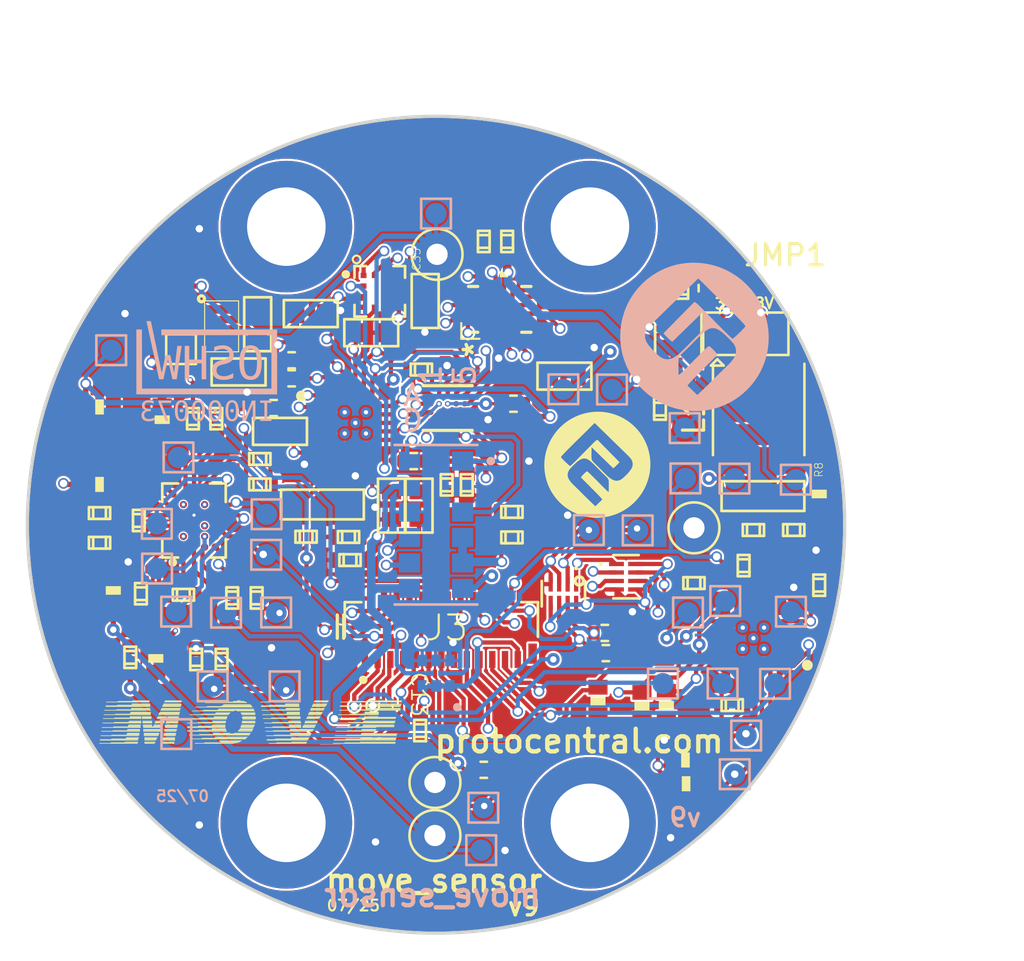
<source format=kicad_pcb>
(kicad_pcb (version 20241229) (generator "pcbnew") (generator_version "9.0")
  (layers (0 "F.Cu" signal) (4 "In1.Cu" signal) (6 "In2.Cu" signal) (8 "In3.Cu" signal) (10 "In4.Cu" signal) (2 "B.Cu" signal) (13 "F.Paste" user) (15 "B.Paste" user) (5 "F.SilkS" user "F.Silkscreen") (7 "B.SilkS" user "B.Silkscreen") (1 "F.Mask" user) (3 "B.Mask" user) (25 "Edge.Cuts" user))
  (net 0 "")
  (net 1 "GND")
  (net 2 "1.8V")
  (net 3 "Net-(C2-P$1)")
  (net 4 "Net-(U$3-VCORE)")
  (net 5 "Net-(U$10-1)")
  (net 6 "Net-(U$10-2)")
  (net 7 "/pc_healthypi_move_sensor_v7_1/RESET")
  (net 8 "Net-(C7-Pad2)")
  (net 9 "Net-(C8-P$2)")
  (net 10 "Net-(U1-IN)")
  (net 11 "Net-(C11-P$1)")
  (net 12 "/pc_healthypi_move_sensor_v7_1/ECG_CLK_32K")
  (net 13 "Net-(U$32-1)")
  (net 14 "Net-(U$32-2)")
  (net 15 "Net-(U$30-CAPN)")
  (net 16 "Net-(U$30-CAPP)")
  (net 17 "Net-(U$30-CPLL)")
  (net 18 "Net-(U$30-VREF)")
  (net 19 "/pc_healthypi_move_sensor_v7_1/ECG_VCM")
  (net 20 "Net-(U$30-VBG)")
  (net 21 "/pc_healthypi_move_sensor_v7_1/EN")
  (net 22 "/pc_healthypi_move_sensor_v7_1/EP")
  (net 23 "Net-(C63-Pad1)")
  (net 24 "Net-(U$30-DRVP)")
  (net 25 "Net-(U$30-DRVN)")
  (net 26 "Net-(C66-Pad1)")
  (net 27 "Net-(U$30-BIN)")
  (net 28 "Net-(U$30-BIP)")
  (net 29 "/pc_healthypi_move_sensor_v7_1/I2C2_SDA")
  (net 31 "/pc_healthypi_move_sensor_v7_1/MISO")
  (net 32 "/pc_healthypi_move_sensor_v7_1/ECG_CS")
  (net 33 "/pc_healthypi_move_sensor_v7_1/MFIO")
  (net 34 "/pc_healthypi_move_sensor_v7_1/I2C2_SCL")
  (net 35 "/pc_healthypi_move_sensor_v7_1/ECGP")
  (net 36 "/pc_healthypi_move_sensor_v7_1/I2C1_SDA")
  (net 37 "/pc_healthypi_move_sensor_v7_1/S_SDA")
  (net 38 "/pc_healthypi_move_sensor_v7_1/INTB")
  (net 39 "/pc_healthypi_move_sensor_v7_1/BST_5V_EN")
  (net 40 "/pc_healthypi_move_sensor_v7_1/S_SCL")
  (net 41 "W_MFIO")
  (net 42 "/pc_healthypi_move_sensor_v7_1/SCK")
  (net 43 "FING_SEN_V")
  (net 44 "+5V")
  (net 45 "3V0")
  (net 46 "/pc_healthypi_move_sensor_v7_1/I2C1_SCL")
  (net 47 "/pc_healthypi_move_sensor_v7_1/MOSI")
  (net 48 "Net-(U1-LX)")
  (net 49 "/pc_healthypi_move_sensor_v7_2/GPIO1")
  (net 50 "/pc_healthypi_move_sensor_v7_1/I2C1_SCL_1V8")
  (net 51 "/pc_healthypi_move_sensor_v7_1/I2C1_SDA_1V8")
  (net 52 "Net-(U1-SEL)")
  (net 53 "/pc_healthypi_move_sensor_v7_2/PPG_INT")
  (net 54 "/pc_healthypi_move_sensor_v7_2/ACL_INT")
  (net 55 "/pc_healthypi_move_sensor_v7_1/N$6")
  (net 56 "/pc_healthypi_move_sensor_v7_1/ECGN")
  (net 57 "Net-(U$30-RBIAS)")
  (net 59 "W_RESET")
  (net 61 "I2C2_SDA_1V8")
  (net 62 "I2C2_SCL_1V8")
  (net 75 "/pc_healthypi_move_sensor_v7_2/ACL_CS")
  (net 76 "/pc_healthypi_move_sensor_v7_2/W_SEN_SCK")
  (net 78 "/pc_healthypi_move_sensor_v7_2/W_SEN_MOSI")
  (net 79 "/pc_healthypi_move_sensor_v7_2/W_SEN_MISO")
  (net 81 "/pc_healthypi_move_sensor_v7_2/PPG_CS")
  (net 85 "/pc_healthypi_move_sensor_v7_2/LED2_DRV")
  (net 86 "/pc_healthypi_move_sensor_v7_2/LED1_DRV")
  (net 88 "/pc_healthypi_move_sensor_v7_2/LED3_DRV")
  (net 89 "Net-(U3-PD2_IN)")
  (net 90 "Net-(U3-PD1_IN)")
  (net 91 "/pc_healthypi_move_sensor_v7_2/LED2")
  (net 92 "/pc_healthypi_move_sensor_v7_2/LED3")
  (net 93 "/pc_healthypi_move_sensor_v7_2/LED1")
  (footprint "pc_healthypi_move_sensor_v7:C0402" (layer "F.Cu") (at 160.6511 107.7536 -90)
    (property "Reference" "C4")
    (property "Value" "1uF")
  )
  (footprint "pc_healthypi_move_sensor_v7:C0402" (layer "F.Cu") (at 151.8511 91.6536 180)
    (property "Reference" "C38")
    (property "Value" "22uF")
  )
  (footprint "Resistor_SMD:R_0402_1005Metric" (layer "F.Cu") (at 158.95 93.875 -90)
    (property "Reference" "R7")
    (property "Value" "10K")
  )
  (footprint "LOGO" (layer "F.Cu") (at 156.1 102.175)
    (property "Reference" "G***" (hide yes))
    (property "Value" "LOGO" (hide yes))
  )
  (footprint "pc_healthypi_move_sensor_v7:C0402" (layer "F.Cu") (at 132.6511 105.8536 -90)
    (property "Reference" "C67")
    (property "Value" "DNP")
  )
  (footprint "Jumper:SolderJumper-3_P1.3mm_Bridged2Bar12_Pad1.0x1.5mm" (layer "F.Cu") (at 163.0511 96.0036)
    (property "Reference" "JMP1")
    (property "Value" "0R-JUMPA")
  )
  (footprint "pc_healthypi_move_sensor_v7:0402-RES" (layer "F.Cu") (at 160.28 117.21)
    (property "Reference" "R3")
    (property "Value" "10K")
  )
  (footprint "pc_healthypi_move_sensor_v7:SPACER_38825256" (layer "F.Cu") (at 155.7511 119.0536)
    (property "Reference" "U$21" (hide yes))
    (property "Value" "" (hide yes))
  )
  (footprint "pc_healthypi_move_sensor_v7:C0402" (layer "F.Cu") (at 162.99 106.93 180)
    (property "Reference" "C3")
    (property "Value" "1uF")
  )
  (footprint "pc_healthypi_move_sensor_v7:C0402" (layer "F.Cu") (at 142.38 105.57 90)
    (property "Reference" "C17")
    (property "Value" "12pF")
  )
  (footprint "pc_healthypi_move_sensor_v7:C0402" (layer "F.Cu") (at 166.5511 107.8536 180)
    (property "Reference" "C7")
    (property "Value" "100nF")
  )
  (footprint "pc_healthypi_move_sensor_v7:C0402" (layer "F.Cu") (at 132.6511 104.4536 -90)
    (property "Reference" "C68")
    (property "Value" "DNP")
  )
  (footprint "pc_healthypi_move_sensor_v7:0402-RES" (layer "F.Cu") (at 158.2011 113.5536 90)
    (property "Reference" "R5")
    (property "Value" "4.7k")
  )
  (footprint "pc_healthypi_move_sensor_v7:SPACER_38825256" (layer "F.Cu") (at 141.4511 90.9536)
    (property "Reference" "U$5" (hide yes))
    (property "Value" "SPACER" (hide yes))
  )
  (footprint "MAX30001:BGA30N50P5X6_274X292X69N" (layer "F.Cu") (at 137.1011 104.8036 90)
    (property "Reference" "U$30")
    (property "Value" "MAX30001CWV+")
  )
  (footprint "pc_healthypi_move_sensor_v7:0402-RES" (layer "F.Cu") (at 133.3 108.1 90)
    (property "Reference" "R42")
    (property "Value" "200R")
  )
  (footprint "pc_healthypi_move_sensor_v7:KIONIX_KXTJ3-1057" (layer "F.Cu") (at 145.8511 94.0036)
    (property "Reference" "U$48")
    (property "Value" "KX122-1037")
  )
  (footprint "pc_healthypi_move_sensor_v7:0402-RES" (layer "F.Cu") (at 166.5511 103.5536 90)
    (property "Reference" "R8")
    (property "Value" "10R")
  )
  (footprint "pc_healthypi_move_sensor_v7:C0402" (layer "F.Cu") (at 144.45 106.67 -90)
    (property "Reference" "C40")
    (property "Value" "22uF")
  )
  (footprint "pc_healthypi_move_sensor_v7:0402-RES" (layer "F.Cu") (at 160.25 116.09)
    (property "Reference" "R4")
    (property "Value" "10K")
  )
  (footprint "pc_healthypi_move_sensor_v7:0402" (layer "F.Cu") (at 147.7011 104.1036 -90)
    (property "Reference" "C11")
    (property "Value" "1uF")
  )
  (footprint "TXS0102DQ:IC_TXS0102DQMR" (layer "F.Cu") (at 157.4511 107.4536)
    (property "Reference" "U6")
    (property "Value" "TXS0102DQMR")
  )
  (footprint "Resistor_SMD:R_0402_1005Metric" (layer "F.Cu") (at 150.7511 116.5536 180)
    (property "Reference" "R27")
    (property "Value" "10K")
  )
  (footprint "pc_healthypi_move_sensor_v7:C0402" (layer "F.Cu") (at 136.6011 108.3036 -90)
    (property "Reference" "C34")
    (property "Value" "1uF")
  )
  (footprint "pc_healthypi_move_sensor_v7:C0402" (layer "F.Cu") (at 140.2011 103.1036 90)
    (property "Reference" "C30")
    (property "Value" "1uF")
  )
  (footprint "pc_healthypi_move_sensor_v7:SIT1533" (layer "F.Cu") (at 138.4011 95.6536 -90)
    (property "Reference" "U$29")
    (property "Value" "SIT1533AI-H4-DCC-32.768E")
  )
  (footprint "pc_healthypi_move_sensor_v7:SPACER_38825256" (layer "F.Cu") (at 141.4511 119.0536)
    (property "Reference" "U$20" (hide yes))
    (property "Value" "" (hide yes))
  )
  (footprint "pc_healthypi_move_sensor_v7:0402-RES" (layer "F.Cu") (at 159.3511 113.5036 90)
    (property "Reference" "R11")
    (property "Value" "4.7k")
  )
  (footprint "kicad_protocentral_footprints:MAX-QFN24" (layer "F.Cu") (at 163.4511 110.3536 180)
    (property "Reference" "U$3" (hide yes))
    (property "Value" "MAX32664GTGD+" (hide yes))
  )
  (footprint "pc_healthypi_move_sensor_v7:0402-RES" (layer "F.Cu") (at 132.6511 103.1036)
    (property "Reference" "R43")
    (property "Value" "200R")
  )
  (footprint "pc_healthypi_move_sensor_v7:C0402" (layer "F.Cu") (at 138.4011 111.3536)
    (property "Reference" "C32")
    (property "Value" "10uF")
  )
  (footprint "pc_healthypi_move_sensor_v7:C0402" (layer "F.Cu") (at 138.1511 100.0036 180)
    (property "Reference" "C29")
    (property "Value" "1nF")
  )
  (footprint "pc_healthypi_move_sensor_v7:AMPHENOL_F14D-1B7H1-E8C25_38825256" (layer "F.Cu") (at 148.7511 110.2536)
    (property "Reference" "J3")
    (property "Value" "F14D-1B7H1-E8C25")
  )
  (footprint "pc_healthypi_move_sensor_v7:C0402" (layer "F.Cu") (at 150.7511 91.6536 180)
    (property "Reference" "C39")
    (property "Value" "22uF")
  )
  (footprint "TestPoint:TestPoint_Pad_1.0x1.0mm" (layer "F.Cu") (at 136.49 96.73)
    (property "Reference" "TP1" (hide yes))
    (property "Value" "TestPoint")
  )
  (footprint "TXS0102DQ:IC_TXS0102DQMR" (layer "F.Cu") (at 154.5011 108.2536 -90)
    (property "Reference" "U7")
    (property "Value" "TXS0102DQMR")
  )
  (footprint "pc_healthypi_move_nRF5340_v10:HEALTHYPI_MOVE_LOGO_1_38825256" (layer "F.Cu") (at 131.8125 117.9175)
    (property "Reference" "U$6" (hide yes))
    (property "Value" "" (hide yes))
  )
  (footprint "TestPoint:TestPoint_THTPad_D2.0mm_Drill1.0mm" (layer "F.Cu") (at 160.65 105.15)
    (property "Reference" "TP34" (hide yes))
    (property "Value" "TestPoint")
  )
  (footprint "pc_healthypi_move_sensor_v7:C0402" (layer "F.Cu") (at 144.38 105.58 90)
    (property "Reference" "C18")
    (property "Value" "12pF")
  )
  (footprint "Inductor_SMD:L_Coilcraft_XxL4020" (layer "F.Cu") (at 163.7 99.57 -90)
    (property "Reference" "L1")
    (property "Value" "74438357022")
  )
  (footprint "kicad_protocentral_footprints:MAX-QFN24" (layer "F.Cu") (at 144.7011 100.2036)
    (property "Reference" "U2" (hide yes))
    (property "Value" "MAX32664GTGC+" (hide yes))
  )
  (footprint "DG2788ADN:MINIQFN-16_VIS" (layer "F.Cu") (at 151.5011 94.8536 90)
    (property "Reference" "U5" (hide yes))
    (property "Value" "DG2788ADN-T1-GE4")
  )
  (footprint "MAX17222:SON65P200X200X80-6N" (layer "F.Cu") (at 159.9511 96.6536 90)
    (property "Reference" "U1")
    (property "Value" "MAX17222ELT+T")
  )
  (footprint "Resistor_SMD:R_0402_1005Metric" (layer "F.Cu") (at 147.4511 102.0036)
    (property "Reference" "R19" (hide yes))
    (property "Value" "1K")
  )
  (footprint "pc_healthypi_move_sensor_v7:0402-RES" (layer "F.Cu") (at 135.6011 100.0536 -90)
    (property "Reference" "R40")
    (property "Value" "51K")
  )
  (footprint "pc_healthypi_move_sensor_v7:C0402" (layer "F.Cu") (at 152.075 104.4 90)
    (property "Reference" "C21")
    (property "Value" "22uF")
  )
  (footprint "pc_healthypi_move_sensor_v7:0402-RES" (layer "F.Cu") (at 156.13 113.31 90)
    (property "Reference" "R6")
    (property "Value" "4.7k")
  )
  (footprint "pc_healthypi_move_sensor_v7:C0402" (layer "F.Cu") (at 140.2011 101.9036 90)
    (property "Reference" "C59")
    (property "Value" "10uF")
  )
  (footprint "pc_healthypi_move_sensor_v7:0402" (layer "F.Cu") (at 139.2011 97.8036)
    (property "Reference" "C15")
    (property "Value" "22pF")
  )
  (footprint "pc_healthypi_move_sensor_v7:0402" (layer "F.Cu") (at 147.99 94.46 90)
    (property "Reference" "C35")
    (property "Value" "1uF")
  )
  (footprint "TestPoint:TestPoint_THTPad_D2.0mm_Drill1.0mm" (layer "F.Cu") (at 148.55 92.26)
    (property "Reference" "TP31" (hide yes))
    (property "Value" "TestPoint")
  )
  (footprint "Resistor_SMD:R_0402_1005Metric" (layer "F.Cu") (at 161.2511 93.8536 -90)
    (property "Reference" "R14" (hide yes))
    (property "Value" "0R")
  )
  (footprint "pc_healthypi_move_sensor_v7:C0402" (layer "F.Cu") (at 149.95 103.125)
    (property "Reference" "C19")
    (property "Value" "100nF")
  )
  (footprint "pc_healthypi_move_sensor_v7:C0402" (layer "F.Cu") (at 147.7511 114.7036)
    (property "Reference" "C13")
    (property "Value" "1uF")
  )
  (footprint "pc_healthypi_move_sensor_v7:0402" (layer "F.Cu") (at 142.6011 95.0536 180)
    (property "Reference" "C31" (hide yes))
    (property "Value" "1uF" (hide yes))
  )
  (footprint "pc_healthypi_move_sensor_v7:ECX-31B" (layer "F.Cu") (at 143.2 104.05 180)
    (property "Reference" "U$32")
    (property "Value" "ECS-.327-12.5-34B-TR")
  )
  (footprint "TestPoint:TestPoint_THTPad_D2.0mm_Drill1.0mm" (layer "F.Cu") (at 148.45 119.65)
    (property "Reference" "TP33" (hide yes))
    (property "Value" "TestPoint")
  )
  (footprint "pc_healthypi_move_sensor_v7:C0402" (layer "F.Cu") (at 152.075 105.6 90)
    (property "Reference" "C20")
    (property "Value" "22uF")
  )
  (footprint "Resistor_SMD:R_0402_1005Metric" (layer "F.Cu") (at 156.5011 111.0536)
    (property "Reference" "R18")
    (property "Value" "10K")
  )
  (footprint "Resistor_SMD:R_0402_1005Metric" (layer "F.Cu") (at 141.7011 97.2536 180)
    (property "Reference" "R15" (hide yes))
    (property "Value" "10K" (hide yes))
  )
  (footprint "pc_healthypi_move_sensor_v7:ECX-31B" (layer "F.Cu") (at 163.9511 103.6536 180)
    (property "Reference" "U$10" (hide yes))
    (property "Value" "ECS-.327-12.5-34B-TR")
  )
  (footprint "pc_healthypi_move_sensor_v7:C0402" (layer "F.Cu") (at 165.3511 105.2536 -90)
    (property "Reference" "C6")
    (property "Value" "12pF")
  )
  (footprint "pc_healthypi_move_sensor_v7:0402" (layer "F.Cu") (at 146.4011 104.1036 -90)
    (property "Reference" "C12")
    (property "Value" "1uF")
  )
  (footprint "MAX86141:21-100134_N201A2-1_MXM" (layer "F.Cu") (at 149.0511 99.5036)
    (property "Reference" "U3")
    (property "Value" "MAX86141ENP+T")
  )
  (footprint "Resistor_SMD:R_0402_1005Metric" (layer "F.Cu") (at 140.8511 99.5036 180)
    (property "Reference" "R13" (hide yes))
    (property "Value" "10R")
  )
  (footprint "pc_healthypi_move_sensor_v7:0402" (layer "F.Cu") (at 140.1011 95.5536 90)
    (property "Reference" "C14" (hide yes))
    (property "Value" "1uF" (hide yes))
  )
  (footprint "pc_healthypi_move_sensor_v7:C0402" (layer "F.Cu") (at 147.81 97.69 90)
    (property "Reference" "C41")
    (property "Value" "22uF")
  )
  (footprint "pc_healthypi_move_sensor_v7:0402" (layer "F.Cu") (at 141.1511 100.6036 180)
    (property "Reference" "C8")
    (property "Value" "1uF")
  )
  (footprint "pc_healthypi_move_sensor_v7:0402-RES" (layer "F.Cu") (at 135.3011 111.3036 -90)
    (property "Reference" "R44")
    (property "Value" "DNP")
  )
  (footprint "pc_healthypi_move_sensor_v7:0402-RES" (layer "F.Cu") (at 132.6511 99.4536)
    (property "Reference" "R39")
    (property "Value" "51K")
  )
  (footprint "Resistor_SMD:R_0402_1005Metric" (layer "F.Cu") (at 156.4511 110.1036)
    (property "Reference" "R17")
    (property "Value" "10K")
  )
  (footprint "TestPoint:TestPoint_THTPad_D2.0mm_Drill1.0mm" (layer "F.Cu") (at 148.45 117.15)
    (property "Reference" "TP32" (hide yes))
    (property "Value" "TestPoint")
  )
  (footprint "pc_healthypi_move_sensor_v7:C0402" (layer "F.Cu") (at 159.0511 99.5536)
    (property "Reference" "C9")
    (property "Value" "10uF")
  )
  (footprint "pc_healthypi_move_sensor_v7:C0402" (layer "F.Cu") (at 162.4511 113.5036 -90)
    (property "Reference" "C1")
    (property "Value" "1uF")
  )
  (footprint "pc_healthypi_move_sensor_v7:C0402" (layer "F.Cu") (at 137.0511 100.0036 180)
    (property "Reference" "C26")
    (property "Value" "10uF")
  )
  (footprint "pc_healthypi_move_sensor_v7:C0402" (layer "F.Cu") (at 140.0511 108.4536)
    (property "Reference" "C46")
    (property "Value" "10uF")
  )
  (footprint "pc_healthypi_move_sensor_v7:C0402" (layer "F.Cu") (at 138.9011 108.4536)
    (property "Reference" "C47")
    (property "Value" "1uF")
  )
  (footprint "pc_healthypi_move_sensor_v7:C0402" (layer "F.Cu") (at 163.4511 105.2536 -90)
    (property "Reference" "C5")
    (property "Value" "12pF")
  )
  (footprint "Resistor_SMD:R_0402_1005Metric" (layer "F.Cu") (at 152.15 99.3)
    (property "Reference" "R1")
    (property "Value" "100K")
  )
  (footprint "pc_healthypi_move_sensor_v7:C0402" (layer "F.Cu") (at 134.6011 108.2536 180)
    (property "Reference" "C66")
    (property "Value" "47nF")
  )
  (footprint "pc_healthypi_move_sensor_v7:C0402" (layer "F.Cu") (at 149 103.125)
    (property "Reference" "C16")
    (property "Value" "22uF")
  )
  (footprint "pc_healthypi_move_sensor_v7:0402" (layer "F.Cu") (at 154.55 98)
    (property "Reference" "C2")
    (property "Value" "10uF")
  )
  (footprint "pc_healthypi_move_sensor_v7:C0402" (layer "F.Cu") (at 137.2011 111.3536)
    (property "Reference" "C33")
    (property "Value" "10uF")
  )
  (footprint "pc_healthypi_move_sensor_v7:0402" (layer "F.Cu") (at 145.4511 95.9536)
    (property "Reference" "C22")
    (property "Value" "1uF")
  )
  (footprint "pc_healthypi_move_sensor_v7:C0402" (layer "F.Cu") (at 134.5011 104.8036 180)
    (property "Reference" "C69")
    (property "Value" "DNP")
  )
  (footprint "Resistor_SMD:R_0402_1005Metric" (layer "F.Cu") (at 141.7011 98.1036 180)
    (property "Reference" "R16" (hide yes))
    (property "Value" "10K")
  )
  (footprint "pc_healthypi_move_sensor_v7:SPACER_38825256" (layer "F.Cu") (at 155.7511 90.9536)
    (property "Reference" "U$28" (hide yes))
    (property "Value" "SPACER" (hide yes))
  )
  (footprint "pc_healthypi_move_sensor_v7:C0402" (layer "F.Cu") (at 160.1 93.85 180)
    (property "Reference" "C10")
    (property "Value" "10uF")
  )
  (footprint "pc_healthypi_move_sensor_v7:C0402" (layer "F.Cu") (at 134.1011 111.2536 180)
    (property "Reference" "C63")
    (property "Value" "47nF")
  )
  (footprint "TestPoint:TestPoint_Pad_1.0x1.0mm" (layer "B.Cu") (at 150.73 118.34 180)
    (property "Reference" "TP2" (hide yes))
    (property "Value" "TestPoint" (hide yes))
  )
  (footprint "TestPoint:TestPoint_Pad_1.0x1.0mm" (layer "B.Cu") (at 160.21 100.45 180)
    (property "Reference" "TP29" (hide yes))
    (property "Value" "TestPoint" (hide yes))
  )
  (footprint "TestPoint:TestPoint_Pad_1.0x1.0mm" (layer "B.Cu") (at 162.57 116.76 180)
    (property "Reference" "TP18" (hide yes))
    (property "Value" "TestPoint" (hide yes))
  )
  (footprint "TestPoint:TestPoint_Pad_1.0x1.0mm" (layer "B.Cu") (at 164.47 112.5 180)
    (property "Reference" "TP27" (hide yes))
    (property "Value" "TestPoint" (hide yes))
  )
  (footprint "LOGO" (layer "B.Cu") (at 160.675 96.15 180)
    (property "Reference" "G***" (hide yes))
    (property "Value" "LOGO" (hide yes))
  )
  (footprint "TestPoint:TestPoint_Pad_1.0x1.0mm" (layer "B.Cu") (at 165.45 102.88 180)
    (property "Reference" "TP20" (hide yes))
    (property "Value" "TestPoint" (hide yes))
  )
  (footprint "SFH7072:XDCR_SFH_7072" (layer "B.Cu") (at 148.5011 105.0036 180)
    (property "Reference" "U4" (hide yes))
    (property "Value" "SFH_7072" (hide yes))
  )
  (footprint "TestPoint:TestPoint_Pad_1.0x1.0mm" (layer "B.Cu") (at 148.5 90.34 180)
    (property "Reference" "TP10" (hide yes))
    (property "Value" "TestPoint" (hide yes))
  )
  (footprint "TestPoint:TestPoint_Pad_1.0x1.0mm" (layer "B.Cu") (at 150.63 120.34 180)
    (property "Reference" "TP8" (hide yes))
    (property "Value" "TestPoint" (hide yes))
  )
  (footprint "TestPoint:TestPoint_Pad_1.0x1.0mm" (layer "B.Cu") (at 136.37 101.83 180)
    (property "Reference" "TP15" (hide yes))
    (property "Value" "TestPoint" (hide yes))
  )
  (footprint "TestPoint:TestPoint_Pad_1.0x1.0mm" (layer "B.Cu") (at 162.56 102.83 180)
    (property "Reference" "TP23" (hide yes))
    (property "Value" "TestPoint" (hide yes))
  )
  (footprint "TestPoint:TestPoint_Pad_1.0x1.0mm" (layer "B.Cu") (at 160.25 102.82 180)
    (property "Reference" "TP30" (hide yes))
    (property "Value" "TestPoint" (hide yes))
  )
  (footprint "MAX30208:IC_MAX30208CLB_" (layer "B.Cu") (at 148.5011 112.0036 90)
    (property "Reference" "U$18" (hide yes))
    (property "Value" "MAX30208CLB+" (hide yes))
  )
  (footprint "TestPoint:TestPoint_Pad_1.0x1.0mm" (layer "B.Cu") (at 165.22 109.1 180)
    (property "Reference" "TP21" (hide yes))
    (property "Value" "TestPoint" (hide yes))
  )
  (footprint "TestPoint:TestPoint_Pad_1.0x1.0mm" (layer "B.Cu") (at 160.37 109.14 180)
    (property "Reference" "TP24" (hide yes))
    (property "Value" "TestPoint" (hide yes))
  )
  (footprint "TestPoint:TestPoint_Pad_1.0x1.0mm" (layer "B.Cu") (at 140.97 109.14 180)
    (property "Reference" "TP16" (hide yes))
    (property "Value" "TestPoint" (hide yes))
  )
  (footprint "TestPoint:TestPoint_Pad_1.0x1.0mm" (layer "B.Cu") (at 137.98 112.62 -90)
    (property "Reference" "TP11" (hide yes))
    (property "Value" "TestPoint" (hide yes))
  )
  (footprint "TestPoint:TestPoint_Pad_1.0x1.0mm" (layer "B.Cu") (at 133.2 96.78 -90)
    (property "Reference" "TP13" (hide yes))
    (property "Value" "TestPoint" (hide yes))
  )
  (footprint "TestPoint:TestPoint_Pad_1.0x1.0mm" (layer "B.Cu") (at 163.11 114.94 180)
    (property "Reference" "TP19" (hide yes))
    (property "Value" "TestPoint" (hide yes))
  )
  (footprint "TestPoint:TestPoint_Pad_1.0x1.0mm" (layer "B.Cu") (at 159.19 112.49 180)
    (property "Reference" "TP28" (hide yes))
    (property "Value" "TestPoint" (hide yes))
  )
  (footprint "TestPoint:TestPoint_Pad_1.0x1.0mm" (layer "B.Cu") (at 155.7011 105.2536 180)
    (property "Reference" "SWIO8" (hide yes))
    (property "Value" "TPTP11R" (hide yes))
  )
  (footprint "TestPoint:TestPoint_Pad_1.0x1.0mm" (layer "B.Cu") (at 156.79 98.63 180)
    (property "Reference" "TP14" (hide yes))
    (property "Value" "TestPoint" (hide yes))
  )
  (footprint "TestPoint:TestPoint_Pad_1.0x1.0mm" (layer "B.Cu") (at 158 105.27 180)
    (property "Reference" "SWIO9" (hide yes))
    (property "Value" "TPTP11R" (hide yes))
  )
  (footprint "TestPoint:TestPoint_Pad_1.0x1.0mm" (layer "B.Cu") (at 136.27 114.87 180)
    (property "Reference" "TP6" (hide yes))
    (property "Value" "TestPoint" (hide yes))
  )
  (footprint "TestPoint:TestPoint_Pad_1.0x1.0mm" (layer "B.Cu") (at 135.35 104.96 180)
    (property "Reference" "TP5" (hide yes))
    (property "Value" "TestPoint" (hide yes))
  )
  (footprint "TestPoint:TestPoint_Pad_1.0x1.0mm" (layer "B.Cu") (at 141.37 112.62 -90)
    (property "Reference" "TP12" (hide yes))
    (property "Value" "TestPoint" (hide yes))
  )
  (footprint "TestPoint:TestPoint_Pad_1.0x1.0mm" (layer "B.Cu") (at 162.125 108.6 180)
    (property "Reference" "TP22" (hide yes))
    (property "Value" "TestPoint" (hide yes))
  )
  (footprint "TestPoint:TestPoint_Pad_1.0x1.0mm" (layer "B.Cu") (at 140.52 104.51 180)
    (property "Reference" "TP4" (hide yes))
    (property "Value" "TestPoint" (hide yes))
  )
  (footprint "TestPoint:TestPoint_Pad_1.0x1.0mm" (layer "B.Cu") (at 138.61 109.15 180)
    (property "Reference" "TP17" (hide yes))
    (property "Value" "TestPoint" (hide yes))
  )
  (footprint "TestPoint:TestPoint_Pad_1.0x1.0mm" (layer "B.Cu") (at 136.26 109.1 180)
    (property "Reference" "TP9" (hide yes))
    (property "Value" "TestPoint" (hide yes))
  )
  (footprint "TestPoint:TestPoint_Pad_1.0x1.0mm" (layer "B.Cu") (at 140.5 106.42 180)
    (property "Reference" "TP3" (hide yes))
    (property "Value" "TestPoint" (hide yes))
  )
  (footprint "TestPoint:TestPoint_Pad_1.0x1.0mm" (layer "B.Cu") (at 154.5 98.62 180)
    (property "Reference" "TP7" (hide yes))
    (property "Value" "TestPoint" (hide yes))
  )
  (footprint "TestPoint:TestPoint_Pad_1.0x1.0mm" (layer "B.Cu") (at 162 112.49 180)
    (property "Reference" "TP25" (hide yes))
    (property "Value" "TestPoint" (hide yes))
  )
  (footprint "TestPoint:TestPoint_Pad_1.0x1.0mm" (layer "B.Cu") (at 135.36 107.07 180)
    (property "Reference" "TP26" (hide yes))
    (property "Value" "TestPoint" (hide yes))
  )
  (footprint "LOGO" (layer "B.Cu") (at 137.7 97.775 180)
    (property "Reference" "G***" (hide yes))
    (property "Value" "LOGO" (hide yes))
  )
  (gr_line (start 143.8511 109.2536) (end 143.8511 110.3536) (stroke (width 0.1524)) (layer "F.SilkS"))
  (gr_line (start 149.69 96.24) (end 150.55 96.24) (stroke (width 0.1)) (layer "F.SilkS"))
  (gr_circle (center 144.76 92.5) (end 144.77 92.68) (stroke (width 0.1)) (fill no) (layer "F.SilkS"))
  (gr_circle (center 137.4511 94.3536) (end 137.592518 94.3536) (stroke (width 0.1524)) (fill no) (layer "F.SilkS"))
  (gr_line (start 144.1511 109.2536) (end 144.1511 110.3536) (stroke (width 0.1524)) (layer "F.SilkS"))
  (gr_line (start 149.69 95.49865) (end 149.69 96.24) (stroke (width 0.1)) (layer "F.SilkS"))
  (gr_circle (center 155.2511 107.6536) (end 155.4511 107.6536) (stroke (width 0.1524)) (fill no) (layer "F.SilkS"))
  (gr_line (start 155.4511 113.0536) (end 155.4511 119.0536) (stroke (width 0.001)) (layer "B.SilkS"))
  (gr_arc (start 141.4511 91.0536) (mid 142.036886 89.639386) (end 143.4511 89.0536) (stroke (width 0.001)) (layer "B.SilkS"))
  (gr_arc (start 140.4511 112.0536) (mid 141.158207 112.346493) (end 141.4511 113.0536) (stroke (width 0.001)) (layer "B.SilkS"))
  (gr_line (start 153.4511 121.0536) (end 143.4511 121.0536) (stroke (width 0.001)) (layer "B.SilkS"))
  (gr_line (start 143.4511 89.0536) (end 153.4511 89.0536) (stroke (width 0.001)) (layer "B.SilkS"))
  (gr_arc (start 155.4511 113.0536) (mid 155.743993 112.346493) (end 156.4511 112.0536) (stroke (width 0.001)) (layer "B.SilkS"))
  (gr_line (start 141.4511 119.0536) (end 141.4511 113.0536) (stroke (width 0.001)) (layer "B.SilkS"))
  (gr_arc (start 156.4511 98.0536) (mid 155.743993 97.760707) (end 155.4511 97.0536) (stroke (width 0.001)) (layer "B.SilkS"))
  (gr_arc (start 141.4511 97.0536) (mid 141.158207 97.760707) (end 140.4511 98.0536) (stroke (width 0.001)) (layer "B.SilkS"))
  (gr_line (start 141.4511 97.0536) (end 141.4511 91.0536) (stroke (width 0.001)) (layer "B.SilkS"))
  (gr_arc (start 143.4511 121.0536) (mid 142.036886 120.467814) (end 141.4511 119.0536) (stroke (width 0.001)) (layer "B.SilkS"))
  (gr_arc (start 153.4511 89.0536) (mid 154.865314 89.639386) (end 155.4511 91.0536) (stroke (width 0.001)) (layer "B.SilkS"))
  (gr_line (start 155.4511 91.0536) (end 155.4511 97.0536) (stroke (width 0.001)) (layer "B.SilkS"))
  (gr_arc (start 155.4511 119.0536) (mid 154.865314 120.467814) (end 153.4511 121.0536) (stroke (width 0.001)) (layer "B.SilkS"))
  (gr_circle (center 148.5011 105.0036) (end 167.7511 105.0036) (stroke (width 0.1524)) (fill no) (layer "Edge.Cuts"))
  (gr_text "3V" (at 161.58 94.89 0) (layer "F.SilkS") (effects (font (size 0.505968 0.505968) (thickness 0.103632)) (justify left bottom)))
  (gr_text "07/25" (at 143.3 123.25 0) (layer "F.SilkS") (effects (font (size 0.512064 0.512064) (thickness 0.097536)) (justify left bottom)))
  (gr_text "1.8V" (at 162.71 94.86 0) (layer "F.SilkS") (effects (font (size 0.505968 0.505968) (thickness 0.103632)) (justify left bottom)))
  (gr_text "protocentral.com" (at 148.325 115.825 0) (layer "F.SilkS") (effects (font (size 1.0668 1.0668) (thickness 0.2032)) (justify left bottom)))
  (gr_text "move_sensor" (at 143.2 122.4 0) (layer "F.SilkS") (effects (font (size 1.0668 1.0668) (thickness 0.2032)) (justify left bottom)))
  (gr_text "v9" (at 151.8 123.5 0) (layer "F.SilkS") (effects (font (size 0.85344 0.85344) (thickness 0.16256)) (justify left bottom)))
  (gr_text "v9" (at 159.4 118.3 0) (layer "B.SilkS") (effects (font (size 0.85344 0.85344) (thickness 0.16256)) (justify right top mirror)))
  (gr_text "07/25" (at 135.25 117.5 0) (layer "B.SilkS") (effects (font (size 0.512064 0.512064) (thickness 0.097536)) (justify right top mirror)))
  (gr_text "move_sensor" (at 153.55 123.075 -0) (layer "B.SilkS") (effects (font (size 1.0668 1.0668) (thickness 0.2032)) (justify left bottom mirror)))
  (segment (start 156.9558 108.0536) (end 157.7511 108.8489) (width 0.2) (layer "F.Cu") (net 1))
  (segment (start 152.0549 102.041571) (end 152.0549 101.1549) (width 0.2) (layer "F.Cu") (net 1))
  (segment (start 149.4511 99.7036) (end 149.0511 99.7036) (width 0.2) (layer "F.Cu") (net 1))
  (segment (start 145.1511 111.3536) (end 145.1511 111.4536) (width 0.2) (layer "F.Cu") (net 1))
  (segment (start 149.306201 101.306201) (end 150.41193 101.306201) (width 0.2) (layer "F.Cu") (net 1))
  (segment (start 152.0549 101.1549) (end 150.95 100.05) (width 0.2) (layer "F.Cu") (net 1))
  (segment (start 149.0511 99.7036) (end 149.0511 100.1036) (width 0.2) (layer "F.Cu") (net 1))
  (segment (start 149.0511 100.1036) (end 149.0511 101.0511) (width 0.2) (layer "F.Cu") (net 1))
  (segment (start 150.475782 99.7036) (end 150.822182 100.05) (width 0.2) (layer "F.Cu") (net 1))
  (segment (start 150.41193 101.306201) (end 151.413129 102.3074) (width 0.2) (layer "F.Cu") (net 1))
  (segment (start 149.8511 99.7036) (end 150.475782 99.7036) (width 0.2) (layer "F.Cu") (net 1))
  (segment (start 150.822182 100.05) (end 150.95 100.05) (width 0.2) (layer "F.Cu") (net 1))
  (segment (start 157.7511 108.8489) (end 157.7511 109.1036) (width 0.2) (layer "F.Cu") (net 1))
  (segment (start 151.789071 102.3074) (end 152.0549 102.041571) (width 0.2) (layer "F.Cu") (net 1))
  (segment (start 149.0511 101.0511) (end 149.306201 101.306201) (width 0.2) (layer "F.Cu") (net 1))
  (segment (start 151.413129 102.3074) (end 151.789071 102.3074) (width 0.2) (layer "F.Cu") (net 1))
  (via (at 144.0011 94.9036) (size 0.5024) (drill 0.35) (layers "F.Cu" "B.Cu") (net 1))
  (via (at 152.8762 102.0036) (size 0.5024) (drill 0.35) (layers "F.Cu" "B.Cu") (net 1))
  (via (at 137.1011 104.5536) (size 0.25) (drill 0.15) (layers "F.Cu" "B.Cu") (net 1))
  (via (at 155.9511 96.6536) (size 0.5024) (drill 0.35) (layers "F.Cu" "B.Cu") (net 1))
  (via (at 137.3511 91.0536) (size 0.5024) (drill 0.35) (layers "F.Cu" "B.Cu") (net 1))
  (via (at 157.7511 109.1036) (size 0.5024) (drill 0.35) (layers "F.Cu" "B.Cu") (net 1))
  (via (at 151.4511 97.1536) (size 0.5024) (drill 0.35) (layers "F.Cu" "B.Cu") (net 1))
  (via (at 137.3511 119.1536) (size 0.5024) (drill 0.35) (layers "F.Cu" "B.Cu") (net 1))
  (via (at 147.975 95.925) (size 0.5024) (drill 0.35) (layers "F.Cu" "B.Cu") (net 1))
  (via (at 150.95 100.05) (size 0.5024) (drill 0.35) (layers "F.Cu" "B.Cu") (net 1))
  (via (at 139.6011 98.7536) (size 0.5024) (drill 0.35) (layers "F.Cu" "B.Cu") (net 1))
  (via (at 144.7 102.7) (size 0.5024) (drill 0.35) (layers "F.Cu" "B.Cu") (net 1))
  (via (at 142.3011 102.1536) (size 0.5024) (drill 0.35) (layers "F.Cu" "B.Cu") (net 1))
  (via (at 159.5511 119.7536) (size 0.5024) (drill 0.35) (layers "F.Cu" "B.Cu") (net 1))
  (via (at 133.8511 95.0536) (size 0.5024) (drill 0.35) (layers "F.Cu" "B.Cu") (net 1))
  (via (at 159.2511 115.1536) (size 0.5024) (drill 0.35) (layers "F.Cu" "B.Cu") (net 1))
  (via (at 140.7511 110.8036) (size 0.5024) (drill 0.35) (layers "F.Cu" "B.Cu") (net 1))
  (via (at 145.6261 104.1786) (size 0.5024) (drill 0.35) (layers "F.Cu" "B.Cu") (net 1))
  (via (at 166.4011 106.2036) (size 0.5024) (drill 0.35) (layers "F.Cu" "B.Cu") (net 1))
  (via (at 149.02 97.5) (size 0.5024) (drill 0.35) (layers "F.Cu" "B.Cu") (net 1))
  (via (at 149.3011 110.5536) (size 0.5024) (drill 0.35) (layers "F.Cu" "B.Cu") (net 1))
  (via (at 165.3511 107.9536) (size 0.5024) (drill 0.35) (layers "F.Cu" "B.Cu") (net 1))
  (via (at 154.7011 104.5536) (size 0.5024) (drill 0.35) (layers "F.Cu" "B.Cu") (net 1))
  (via (at 134.0011 106.7536) (size 0.5024) (drill 0.35) (layers "F.Cu" "B.Cu") (net 1))
  (via (at 151.7511 120.3536) (size 0.5024) (drill 0.35) (layers "F.Cu" "B.Cu") (net 1))
  (via (at 145.6511 119.9536) (size 0.5024) (drill 0.35) (layers "F.Cu" "B.Cu") (net 1))
  (segment (start 145.7511 104.4036) (end 145.5761 104.2286) (width 0.2) (layer "B.Cu") (net 1))
  (segment (start 145.5761 104.2286) (end 145.6261 104.1786) (width 0.2) (layer "B.Cu") (net 1))
  (segment (start 149.7511 103.2036) (end 150.0511 103.5036) (width 0.2) (layer "B.Cu") (net 1))
  (segment (start 149.75 102.0036) (end 149.0011 102.0036) (width 0.254) (layer "F.Cu") (net 2))
  (segment (start 143.4511 94.8536) (end 143.4511 94.5536) (width 0.2) (layer "F.Cu") (net 2))
  (segment (start 146.0511 103.4536) (end 146.4011 103.4536) (width 0.2) (layer "F.Cu") (net 2))
  (segment (start 146.7511 94.8911) (end 146.7511 95.2536) (width 0.2) (layer "F.Cu") (net 2))
  (segment (start 138.9011 107.8036) (end 140.0511 107.8036) (width 0.2) (layer "F.Cu") (net 2))
  (segment (start 143.749007 94.255694) (end 143.899007 94.255694) (width 0.2) (layer "F.Cu") (net 2))
  (segment (start 147.9511 113.3536) (end 147.9511 113.3036) (width 0.2) (layer "F.Cu") (net 2))
  (segment (start 149.95 102.625) (end 149.95 102.2036) (width 0.2) (layer "F.Cu") (net 2))
  (segment (start 143.2511 95.0536) (end 142.0511 96.2536) (width 0.2) (layer "F.Cu") (net 2))
  (segment (start 141.1764 96.4036) (end 141.9011 96.4036) (width 0.2) (layer "F.Cu") (net 2))
  (segment (start 140.3011 96.4036) (end 140.1011 96.2036) (width 0.2) (layer "F.Cu") (net 2))
  (segment (start 144.72 96.9669) (end 144.7 96.9869) (width 0.2) (layer "F.Cu") (net 2))
  (segment (start 149 102.0047) (end 149.0011 102.0036) (width 0.2) (layer "F.Cu") (net 2))
  (segment (start 138.9011 107.5036) (end 138.2511 106.8536) (width 0.2) (layer "F.Cu") (net 2))
  (segment (start 141.2011 97.2536) (end 141.2011 98.1036) (width 0.2) (layer "F.Cu") (net 2))
  (segment (start 138.9011 107.8036) (end 138.9011 107.5036) (width 0.2) (layer "F.Cu") (net 2))
  (segment (start 148.6511 101.8536) (end 148.5011 102.0036) (width 0.2) (layer "F.Cu") (net 2))
  (segment (start 145.101099 101.6536) (end 145.101099 102.48154) (width 0.2) (layer "F.Cu") (net 2))
  (segment (start 144.7 96.9869) (end 144.7 97.5525) (width 0.2) (layer "F.Cu") (net 2))
  (segment (start 141.06 96.52) (end 141.1764 96.4036) (width 0.2) (layer "F.Cu") (net 2))
  (segment (start 138.8511 101.9036) (end 137.8011 102.9536) (width 0.2) (layer "F.Cu") (net 2))
  (segment (start 148.6511 99.7036) (end 148.6511 100.1036) (width 0.2) (layer "F.Cu") (net 2))
  (segment (start 146.6136 94.7536) (end 146.7511 94.8911) (width 0.2) (layer "F.Cu") (net 2))
  (segment (start 156.9558 106.8536) (end 156.7622 106.66) (width 0.2) (layer "F.Cu") (net 2))
  (segment (start 144.7 97.5525) (end 144.7011 97.5536) (width 0.2) (layer "F.Cu") (net 2))
  (segment (start 143.4511 94.5536) (end 143.749007 94.255694) (width 0.2) (layer "F.Cu") (net 2))
  (segment (start 137.7964 102.9536) (end 137.6011 103.1489) (width 0.2) (layer "F.Cu") (net 2))
  (segment (start 164.2511 96.0036) (end 164.2511 95.4536) (width 0.254) (layer "F.Cu") (net 2))
  (segment (start 141.0011 96.5789) (end 141.0011 97.0536) (width 0.2) (layer "F.Cu") (net 2))
  (segment (start 150.8523 102.8) (end 150.8523 102.4548) (width 0.254) (layer "F.Cu") (net 2))
  (segment (start 149.0011 102.0036) (end 149.5011 102.0036) (width 0.2) (layer "F.Cu") (net 2))
  (segment (start 156.7622 106.66) (end 155.3015 106.66) (width 0.2) (layer "F.Cu") (net 2))
  (segment (start 141.0011 97.0536) (end 141.2011 97.2536) (width 0.2) (layer "F.Cu") (net 2))
  (segment (start 139.5511 101.9036) (end 139.5511 100.5536) (width 0.2) (layer "F.Cu") (net 2))
  (segment (start 144.0011 94.3536) (end 143.903194 94.255694) (width 0.2) (layer "F.Cu") (net 2))
  (segment (start 144.72 96.0347) (end 144.72 96.9669) (width 0.2) (layer "F.Cu") (net 2))
  (segment (start 149 102.625) (end 149 102.0047) (width 0.2) (layer "F.Cu") (net 2))
  (segment (start 152.0511 110.5536) (end 150.4511 110.5536) (width 0.2) (layer "F.Cu") (net 2))
  (segment (start 140.1011 96.2036) (end 140.1011 96.2536) (width 0.254) (layer "F.Cu") (net 2))
  (segment (start 150.8523 102.4548) (end 150.4011 102.0036) (width 0.254) (layer "F.Cu") (net 2))
  (segment (start 141.06 96.52) (end 141.0011 96.5789) (width 0.2) (layer "F.Cu") (net 2))
  (segment (start 141.06 96.52) (end 140.9436 96.4036) (width 0.2) (layer "F.Cu") (net 2))
  (segment (start 138.1011 106.0536) (end 138.2511 106.2036) (width 0.2) (layer "F.Cu") (net 2))
  (segment (start 152.3511 110.8536) (end 152.0511 110.5536) (width 0.2) (layer "F.Cu") (net 2))
  (segment (start 141.9011 96.4036) (end 142.0511 96.2536) (width 0.2) (layer "F.Cu") (net 2))
  (segment (start 148.6511 100.1036) (end 148.6511 101.8536) (width 0.2) (layer "F.Cu") (net 2))
  (segment (start 147.7511 114.0536) (end 147.7511 113.5536) (width 0.2) (layer "F.Cu") (net 2))
  (segment (start 148.0011 95.0036) (end 147.7511 95.2536) (width 0.2) (layer "F.Cu") (net 2))
  (segment (start 145.5 103.45) (end 146.0475 103.45) (width 0.2) (layer "F.Cu") (net 2))
  (segment (start 139.5511 101.9036) (end 138.8511 101.9036) (width 0.2) (layer "F.Cu") (net 2))
  (segment (start 145.5 102.880441) (end 145.5 103.45) (width 0.2) (layer "F.Cu") (net 2))
  (segment (start 144.8011 95.9536) (end 144.72 96.0347) (width 0.2) (layer "F.Cu") (net 2))
  (segment (start 137.8011 102.9536) (end 137.7964 102.9536) (width 0.2) (layer "F.Cu") (net 2))
  (segment (start 144.9886 94.3536) (end 144.0011 94.3536) (width 0.2) (layer "F.Cu") (net 2))
  (segment (start 150.4011 102.0036) (end 149.75 102.0036) (width 0.254) (layer "F.Cu") (net 2))
  (segment (start 143.903194 94.255694) (end 143.899007 94.255694) (width 0.2) (layer "F.Cu") (net 2))
  (segment (start 152.3511 111.3536) (end 152.3511 110.8536) (width 0.2) (layer "F.Cu") (net 2))
  (segment (start 137.6011 103.1489) (end 137.6011 103.5536) (width 0.2) (layer "F.Cu") (net 2))
  (segment (start 146.0475 103.45) (end 146.0511 103.4536) (width 0.2) (layer "F.Cu") (net 2))
  (segment (start 155.1011 107.7583) (end 155.1011 106.9083) (width 0.2) (layer "F.Cu") (net 2))
  (segment (start 138.2511 106.2036) (end 138.2511 106.8536) (width 0.2) (layer "F.Cu") (net 2))
  (segment (start 144.7011 97.5536) (end 144.7011 98.7536) (width 0.2) (layer "F.Cu") (net 2))
  (segment (start 149.95 102.2036) (end 149.75 102.0036) (width 0.2) (layer "F.Cu") (net 2))
  (segment (start 139.5511 103.1036) (end 139.5511 101.9036) (width 0.2) (layer "F.Cu") (net 2))
  (segment (start 155.3015 106.66) (end 155.1551 106.8064) (width 0.2) (layer "F.Cu") (net 2))
  (segment (start 147.7511 113.5536) (end 147.9511 113.3536) (width 0.2) (layer "F.Cu") (net 2))
  (segment (start 145.101099 102.48154) (end 145.5 102.880441) (width 0.2) (layer "F.Cu") (net 2))
  (segment (start 143.2511 95.0536) (end 143.4511 94.8536) (width 0.2) (layer "F.Cu") (net 2))
  (segment (start 139.6511 95.7536) (end 140.1011 96.2036) (width 0.254) (layer "F.Cu") (net 2))
  (segment (start 145.0886 94.2536) (end 144.9886 94.3536) (width 0.2) (layer "F.Cu") (net 2))
  (segment (start 139.0011 107.7036) (end 138.9011 107.8036) (width 0.2) (layer "F.Cu") (net 2))
  (segment (start 139.5511 100.5536) (end 139.4511 100.4536) (width 0.2) (layer "F.Cu") (net 2))
  (segment (start 164.2511 95.4536) (end 163.8011 95.0036) (width 0.254) (layer "F.Cu") (net 2))
  (segment (start 138.8511 95.7536) (end 139.6511 95.7536) (width 0.254) (layer "F.Cu") (net 2))
  (segment (start 147.7511 95.2536) (end 146.7511 95.2536) (width 0.2) (layer "F.Cu") (net 2))
  (segment (start 155.1551 106.8543) (end 155.1011 106.9083) (width 0.2) (layer "F.Cu") (net 2))
  (segment (start 155.1551 106.8543) (end 155.1551 106.8064) (width 0.2) (layer "F.Cu") (net 2))
  (segment (start 140.9436 96.4036) (end 140.3011 96.4036) (width 0.2) (layer "F.Cu") (net 2))
  (segment (start 147.9511 102.0036) (end 148.5011 102.0036) (width 0.2) (layer "F.Cu") (net 2))
  (segment (start 148.5011 102.0036) (end 149.0011 102.0036) (width 0.2) (layer "F.Cu") (net 2))
  (via (at 145.5 103.45) (size 0.5024) (drill 0.35) (layers "F.Cu" "B.Cu") (net 2))
  (via (at 150.8523 102.8) (size 0.5024) (drill 0.35) (layers "F.Cu" "B.Cu") (net 2))
  (via (at 150.4511 110.5536) (size 0.5024) (drill 0.35) (layers "F.Cu" "B.Cu") (net 2))
  (via (at 139.4511 100.4536) (size 0.5024) (drill 0.35) (layers "F.Cu" "B.Cu") (net 2))
  (via (at 144.62 96.74) (size 0.5024) (drill 0.35) (layers "F.Cu" "B.Cu") (net 2))
  (via (at 155.1551 106.8064) (size 0.5024) (drill 0.35) (layers "F.Cu" "B.Cu") (net 2))
  (via (at 156.71 96.84) (size 0.6) (drill 0.3) (layers "F.Cu" "B.Cu") (net 2))
  (via (at 147.9511 113.3036) (size 0.5024) (drill 0.35) (layers "F.Cu" "B.Cu") (net 2))
  (via (at 138.2511 106.8536) (size 0.5024) (drill 0.35) (layers "F.Cu" "B.Cu") (net 2))
  (via (at 163.8011 95.0036) (size 0.5024) (drill 0.35) (layers "F.Cu" "B.Cu") (net 2))
  (via (at 141.06 96.52) (size 0.5024) (drill 0.35) (layers "F.Cu" "B.Cu") (net 2))
  (via (at 146.7511 95.2536) (size 0.5024) (drill 0.35) (layers "F.Cu" "B.Cu") (net 2))
  (via (at 143.899007 94.255694) (size 0.5024) (drill 0.35) (layers "F.Cu" "B.Cu") (net 2))
  (segment (start 147.9511 112.6036) (end 148.5011 112.6036) (width 0.254) (layer "B.Cu") (net 2))
  (segment (start 150.4511 110.5536) (end 150.4511 112.0536) (width 0.254) (layer "B.Cu") (net 2))
  (segment (start 150.4511 112.0536) (end 149.9011 112.6036) (width 0.254) (layer "B.Cu") (net 2))
  (segment (start 149.9011 112.6036) (end 149.1511 112.6036) (width 0.254) (layer "B.Cu") (net 2))
  (segment (start 147.8511 112.6036) (end 147.9511 112.6036) (width 0.254) (layer "B.Cu") (net 2))
  (segment (start 154.93 98.62) (end 156.71 96.84) (width 0.254) (layer "B.Cu") (net 2))
  (segment (start 148.5011 112.6036) (end 149.1511 112.6036) (width 0.254) (layer "B.Cu") (net 2))
  (segment (start 147.9511 113.3036) (end 147.9511 112.6036) (width 0.2) (layer "B.Cu") (net 2))
  (segment (start 154.5 98.62) (end 154.93 98.62) (width 0.254) (layer "B.Cu") (net 2))
  (segment (start 151.6011 98.0036) (end 151.6047 98) (width 0.2) (layer "F.Cu") (net 3))
  (segment (start 151.327631 98.0036) (end 150.027631 99.3036) (width 0.2) (layer "F.Cu") (net 3))
  (segment (start 149.8511 99.3036) (end 150.027631 99.3036) (width 0.2) (layer "F.Cu") (net 3))
  (segment (start 151.6011 98.0036) (end 151.327631 98.0036) (width 0.2) (layer "F.Cu") (net 3))
  (segment (start 151.6047 98) (end 153.9 98) (width 0.2) (layer "F.Cu") (net 3))
  (segment (start 162.6511 108.3536) (end 162.2511 107.9536) (width 0.2) (layer "F.Cu") (net 4))
  (segment (start 162.6511 108.8036) (end 162.6511 108.3536) (width 0.2) (layer "F.Cu") (net 4))
  (segment (start 162.2511 107.9536) (end 161.5011 107.9536) (width 0.2) (layer "F.Cu") (net 4))
  (segment (start 161.5011 107.9536) (end 161.3011 107.7536) (width 0.2) (layer "F.Cu") (net 4))
  (segment (start 164.3511 105.9036) (end 163.9511 105.5036) (width 0.2) (layer "F.Cu") (net 5))
  (segment (start 163.9511 105.2536) (end 163.9511 104.9036) (width 0.2) (layer "F.Cu") (net 5))
  (segment (start 163.8511 108.3036) (end 164.3511 107.8036) (width 0.2) (layer "F.Cu") (net 5))
  (segment (start 164.3511 105.9036) (end 164.3511 107.8036) (width 0.2) (layer "F.Cu") (net 5))
  (segment (start 163.8511 108.8036) (end 163.8511 108.3036) (width 0.2) (layer "F.Cu") (net 5))
  (segment (start 163.9511 104.9036) (end 162.7011 103.6536) (width 0.2) (layer "F.Cu") (net 5))
  (segment (start 163.9511 105.5036) (end 163.9511 105.2536) (width 0.2) (layer "F.Cu") (net 5))
  (segment (start 164.8511 107.8036) (end 164.8511 105.2536) (width 0.2) (layer "F.Cu") (net 6))
  (segment (start 165.1511 104.9536) (end 165.1511 103.7036) (width 0.2) (layer "F.Cu") (net 6))
  (segment (start 164.2511 108.8036) (end 164.2511 108.4036) (width 0.2) (layer "F.Cu") (net 6))
  (segment (start 165.1511 103.7036) (end 165.2011 103.6536) (width 0.2) (layer "F.Cu") (net 6))
  (segment (start 164.8511 105.2536) (end 165.1511 104.9536) (width 0.2) (layer "F.Cu") (net 6))
  (segment (start 164.2511 108.4036) (end 164.8511 107.8036) (width 0.2) (layer "F.Cu") (net 6))
  (segment (start 144.88745 110.2536) (end 144.1823 110.2536) (width 0.2) (layer "F.Cu") (net 7))
  (segment (start 166.5511 108.5036) (end 166.1511 108.9036) (width 0.2) (layer "F.Cu") (net 7))
  (segment (start 146.4995 109.3052) (end 146.0325 109.7722) (width 0.2) (layer "F.Cu") (net 7))
  (segment (start 146.784607 109.3052) (end 146.4995 109.3052) (width 0.2) (layer "F.Cu") (net 7))
  (segment (start 146.784607 109.3052) (end 147.2511 108.838706) (width 0.2) (layer "F.Cu") (net 7))
  (segment (start 146.0325 109.7722) (end 145.36885 109.7722) (width 0.2) (layer "F.Cu") (net 7))
  (segment (start 147.2511 108.838706) (end 147.2511 108.4786) (width 0.2) (layer "F.Cu") (net 7))
  (segment (start 144.1823 110.2536) (end 143.3907 111.0452) (width 0.2) (layer "F.Cu") (net 7))
  (segment (start 145.36885 109.7722) (end 144.88745 110.2536) (width 0.2) (layer "F.Cu") (net 7))
  (segment (start 165.0011 109.5536) (end 166.1511 109.5536) (width 0.2) (layer "F.Cu") (net 7))
  (segment (start 166.1511 108.9036) (end 166.1511 109.5536) (width 0.2) (layer "F.Cu") (net 7))
  (via (at 143.3907 111.0452) (size 0.5024) (drill 0.35) (layers "F.Cu" "B.Cu") (net 7))
  (via (at 166.1511 109.5536) (size 0.5024) (drill 0.35) (layers "F.Cu" "B.Cu") (net 7))
  (segment (start 165.22 109.1) (end 165.6975 109.1) (width 0.254) (layer "B.Cu") (net 7))
  (segment (start 165.6975 109.1) (end 166.1511 109.5536) (width 0.254) (layer "B.Cu") (net 7))
  (segment (start 166.5511 107.2036) (end 167.0511 106.7036) (width 0.2) (layer "F.Cu") (net 8))
  (segment (start 167.0511 106.7036) (end 167.0511 104.7036) (width 0.2) (layer "F.Cu") (net 8))
  (segment (start 167.0511 104.7036) (end 166.5511 104.2036) (width 0.2) (layer "F.Cu") (net 8))
  (segment (start 140.5011 100.6036) (end 140.5011 99.6536) (width 0.2) (layer "F.Cu") (net 9))
  (segment (start 140.5011 99.6536) (end 140.3511 99.5036) (width 0.2) (layer "F.Cu") (net 9))
  (segment (start 163.7 98.385) (end 162.505 98.385) (width 0.254) (layer "F.Cu") (net 10))
  (segment (start 159.9511 94.6036) (end 160.2511 94.3036) (width 0.254) (layer "F.Cu") (net 10))
  (segment (start 159.9511 96.3536) (end 159.9511 95.7436) (width 0.254) (layer "F.Cu") (net 10))
  (segment (start 159.9511 95.7436) (end 159.9511 94.6036) (width 0.254) (layer "F.Cu") (net 10))
  (segment (start 162.505 98.385) (end 160.7736 96.6536) (width 0.254) (layer "F.Cu") (net 10))
  (segment (start 160.2511 96.6536) (end 159.9511 96.3536) (width 0.254) (layer "F.Cu") (net 10))
  (segment (start 160.7736 96.6536) (end 160.2511 96.6536) (width 0.254) (layer "F.Cu") (net 10))
  (segment (start 163.0511 97.7361) (end 163.7 98.385) (width 0.254) (layer "F.Cu") (net 10))
  (segment (start 163.1575 97.8425) (end 163.7 98.385) (width 0.254) (layer "F.Cu") (net 10))
  (segment (start 163.0511 96.0036) (end 163.0511 97.7361) (width 0.254) (layer "F.Cu") (net 10))
  (segment (start 147.084607 102.852) (end 147.686207 103.4536) (width 0.2) (layer "F.Cu") (net 11))
  (segment (start 145.8995 102.852) (end 147.084607 102.852) (width 0.2) (layer "F.Cu") (net 11))
  (segment (start 145.5011 101.6536) (end 145.5011 102.4536) (width 0.2) (layer "F.Cu") (net 11))
  (segment (start 147.686207 103.4536) (end 147.7011 103.4536) (width 0.2) (layer "F.Cu") (net 11))
  (segment (start 145.5011 102.4536) (end 145.8995 102.852) (width 0.2) (layer "F.Cu") (net 11))
  (segment (start 138.5511 96.6036) (end 138.5511 97.8036) (width 0.254) (layer "F.Cu") (net 12))
  (segment (start 138.4011 96.4536) (end 138.5511 96.6036) (width 0.254) (layer "F.Cu") (net 12))
  (segment (start 139 98.5) (end 139 99.125) (width 0.254) (layer "F.Cu") (net 12))
  (segment (start 139 99.125) (end 139.35 99.475) (width 0.254) (layer "F.Cu") (net 12))
  (segment (start 136.9964 96.4536) (end 138.4011 96.4536) (width 0.2) (layer "F.Cu") (net 12))
  (segment (start 139.35 99.475) (end 139.35 99.725) (width 0.254) (layer "F.Cu") (net 12))
  (segment (start 138.5511 97.8036) (end 138.5511 98.0511) (width 0.254) (layer "F.Cu") (net 12))
  (segment (start 136.675 96.775) (end 136.9964 96.4536) (width 0.2) (layer "F.Cu") (net 12))
  (segment (start 138.5511 98.0511) (end 139 98.5) (width 0.254) (layer "F.Cu") (net 12))
  (via (at 139.35 99.725) (size 0.25) (drill 0.15) (layers "F.Cu" "B.Cu") (net 12))
  (via (at 137.6 104.05) (size 0.25) (drill 0.15) (layers "F.Cu" "B.Cu") (net 12))
  (segment (start 142.3511 103.8036) (end 142.1011 103.8036) (width 0.2) (layer "F.Cu") (net 13))
  (segment (start 141.95 104.0547) (end 141.95 105.3525) (width 0.2) (layer "F.Cu") (net 13))
  (segment (start 141.95 105.3525) (end 141.9511 105.3536) (width 0.2) (layer "F.Cu") (net 13))
  (segment (start 142.1511 103.8536) (end 141.95 104.0547) (width 0.2) (layer "F.Cu") (net 13))
  (segment (start 142.1511 103.8536) (end 142.1011 103.8036) (width 0.254) (layer "F.Cu") (net 13))
  (segment (start 143.9011 101.6536) (end 143.9011 102.2536) (width 0.2) (layer "F.Cu") (net 13))
  (segment (start 143.9011 102.2536) (end 142.3511 103.8036) (width 0.2) (layer "F.Cu") (net 13))
  (segment (start 142.1011 103.8036) (end 141.7761 103.4786) (width 0.254) (layer "F.Cu") (net 13))
  (segment (start 144.9011 104.1036) (end 144.9011 105.3536) (width 0.2) (layer "F.Cu") (net 14))
  (segment (start 144.301101 101.6536) (end 144.301101 102.281541) (width 0.2) (layer "F.Cu") (net 14))
  (segment (start 144.301101 102.281541) (end 144.05 102.532642) (width 0.2) (layer "F.Cu") (net 14))
  (segment (start 144.3011 103.5036) (end 144.6511 103.8536) (width 0.2) (layer "F.Cu") (net 14))
  (segment (start 144.05 103.65) (end 144.45 104.05) (width 0.2) (layer "F.Cu") (net 14))
  (segment (start 144.05 102.532642) (end 144.05 103.65) (width 0.2) (layer "F.Cu") (net 14))
  (segment (start 144.6511 103.8536) (end 144.9011 104.1036) (width 0.2) (layer "F.Cu") (net 14))
  (segment (start 137.0511 98.3011) (end 136.925 98.175) (width 0.2) (layer "F.Cu") (net 15))
  (segment (start 137.0511 99.3536) (end 137.0511 98.3011) (width 0.2) (layer "F.Cu") (net 15))
  (segment (start 137.0511 99.3536) (end 136.9011 99.3536) (width 0.2) (layer "F.Cu") (net 15))
  (via (at 136.925 98.175) (size 0.25) (drill 0.15) (layers "F.Cu" "B.Cu") (net 15))
  (via (at 136.6 104.05) (size 0.25) (drill 0.15) (layers "F.Cu" "B.Cu") (net 15))
  (segment (start 136.7011 103.4536) (end 136.7011 102.1036) (width 0.2) (layer "F.Cu") (net 16))
  (segment (start 136.7011 102.1036) (end 137.0511 101.7536) (width 0.2) (layer "F.Cu") (net 16))
  (segment (start 137.0511 101.7536) (end 137.0511 100.6536) (width 0.2) (layer "F.Cu") (net 16))
  (segment (start 136.6011 103.5536) (end 136.7011 103.4536) (width 0.2) (layer "F.Cu") (net 16))
  (segment (start 137.1011 102.3489) (end 137.8464 101.6036) (width 0.2) (layer "F.Cu") (net 17))
  (segment (start 137.8464 101.6036) (end 137.8511 101.6036) (width 0.127) (layer "F.Cu") (net 17))
  (segment (start 137.8511 100.9536) (end 138.1511 100.6536) (width 0.127) (layer "F.Cu") (net 17))
  (segment (start 137.1011 103.5536) (end 137.1011 102.3489) (width 0.2) (layer "F.Cu") (net 17))
  (segment (start 137.8511 101.6036) (end 137.8511 100.9536) (width 0.2) (layer "F.Cu") (net 17))
  (segment (start 138.1011 107.5036) (end 138.1011 110.4036) (width 0.2) (layer "F.Cu") (net 18))
  (segment (start 138.1011 107.5036) (end 137.5011 106.9036) (width 0.2) (layer "F.Cu") (net 18))
  (segment (start 137.5011 106.9036) (end 137.5011 106.1536) (width 0.2) (layer "F.Cu") (net 18))
  (segment (start 138.4011 110.7036) (end 138.1011 110.4036) (width 0.2) (layer "F.Cu") (net 18))
  (segment (start 137.6011 106.0536) (end 137.5011 106.1536) (width 0.2) (layer "F.Cu") (net 18))
  (segment (start 137.1011 107.1311) (end 137.76 107.79) (width 0.2) (layer "F.Cu") (net 19))
  (segment (start 137.76 110.2947) (end 137.2011 110.8536) (width 0.2) (layer "F.Cu") (net 19))
  (segment (start 137.76 107.79) (end 137.76 110.2947) (width 0.2) (layer "F.Cu") (net 19))
  (segment (start 149.8436 116.5536) (end 150.2411 116.5536) (width 0.2) (layer "F.Cu") (net 19))
  (segment (start 137.1011 106.0536) (end 137.1011 107.1311) (width 0.2) (layer "F.Cu") (net 19))
  (segment (start 149.53 116.24) (end 149.8436 116.5536) (width 0.2) (layer "F.Cu") (net 19))
  (via (at 149.53 116.24) (size 0.6) (drill 0.3) (layers "F.Cu" "B.Cu") (net 19))
  (via (at 137.2 110.82) (size 0.6) (drill 0.3) (layers "F.Cu" "B.Cu") (net 19))
  (segment (start 149.53 116.24) (end 148.2114 114.9214) (width 0.2) (layer "B.Cu") (net 19))
  (segment (start 142.0814 114.9214) (end 137.98 110.82) (width 0.2) (layer "B.Cu") (net 19))
  (segment (start 148.2114 114.9214) (end 142.0814 114.9214) (width 0.2) (layer "B.Cu") (net 19))
  (segment (start 137.98 110.82) (end 137.2 110.82) (width 0.2) (layer "B.Cu") (net 19))
  (segment (start 137.1011 108.3036) (end 137.1011 108.1536) (width 0.2) (layer "F.Cu") (net 20))
  (segment (start 137.1011 108.1536) (end 136.6011 107.6536) (width 0.2) (layer "F.Cu") (net 20))
  (segment (start 136.6011 106.0536) (end 136.6011 107.6536) (width 0.2) (layer "F.Cu") (net 20))
  (segment (start 135.3011 101.9536) (end 135.3011 102.7536) (width 0.2) (layer "F.Cu") (net 21))
  (segment (start 135.6011 100.7036) (end 135.6011 100.7536) (width 0.2) (layer "F.Cu") (net 21))
  (segment (start 135.7011 103.1536) (end 136.1011 103.5536) (width 0.2) (layer "F.Cu") (net 21))
  (segment (start 135.6011 101.6536) (end 135.3011 101.9536) (width 0.2) (layer "F.Cu") (net 21))
  (segment (start 135.6011 100.7536) (end 135.6011 101.6536) (width 0.2) (layer "F.Cu") (net 21))
  (segment (start 135.3011 102.7536) (end 135.7011 103.1536) (width 0.2) (layer "F.Cu") (net 21))
  (segment (start 135.5011 100.6536) (end 135.6011 100.7536) (width 0.2) (layer "F.Cu") (net 21))
  (segment (start 134.0011 101.9536) (end 134.0011 102.2036) (width 0.2) (layer "F.Cu") (net 22))
  (segment (start 134.0011 101.9536) (end 133.3011 101.2536) (width 0.254) (layer "F.Cu") (net 22))
  (segment (start 133.3011 101.2536) (end 133.3011 99.4536) (width 0.254) (layer "F.Cu") (net 22))
  (segment (start 134.0011 102.2036) (end 135.8511 104.0536) (width 0.2) (layer "F.Cu") (net 22))
  (segment (start 136.1011 104.0536) (end 135.8511 104.0536) (width 0.2) (layer "F.Cu") (net 22))
  (segment (start 133.3011 99.4536) (end 133.3011 100.6536) (width 0.254) (layer "F.Cu") (net 22))
  (segment (start 132.0011 103.1036) (end 131.0011 103.1036) (width 0.254) (layer "F.Cu") (net 23))
  (segment (start 132.925 111.775) (end 132.9464 111.7536) (width 0.254) (layer "F.Cu") (net 23))
  (segment (start 132.0011 103.1036) (end 131.5715 103.5332) (width 0.254) (layer "F.Cu") (net 23))
  (segment (start 132.9464 111.7536) (end 134.1011 111.7536) (width 0.254) (layer "F.Cu") (net 23))
  (segment (start 134.1 112.7) (end 134.1 111.7547) (width 0.254) (layer "F.Cu") (net 23))
  (segment (start 131.5715 103.5332) (end 131.5715 110.4215) (width 0.254) (layer "F.Cu") (net 23))
  (segment (start 131.0011 103.1036) (end 130.9511 103.0536) (width 0.254) (layer "F.Cu") (net 23))
  (segment (start 131.5715 110.4215) (end 132.925 111.775) (width 0.254) (layer "F.Cu") (net 23))
  (segment (start 134.1 111.7547) (end 134.1011 111.7536) (width 0.254) (layer "F.Cu") (net 23))
  (via (at 130.9511 103.0536) (size 0.5024) (drill 0.35) (layers "F.Cu" "B.Cu") (net 23))
  (via (at 134.1 112.7) (size 0.6) (drill 0.3) (layers "F.Cu" "B.Cu") (net 23))
  (segment (start 136.27 114.87) (end 134.1 112.7) (width 0.254) (layer "B.Cu") (net 23))
  (segment (start 135.1511 109.6036) (end 135.4511 109.3036) (width 0.2) (layer "F.Cu") (net 24))
  (segment (start 134.1011 110.6036) (end 135.1011 109.6036) (width 0.2) (layer "F.Cu") (net 24))
  (segment (start 136.1011 106.0536) (end 136.1011 106.1536) (width 0.2) (layer "F.Cu") (net 24))
  (segment (start 135.1511 109.6036) (end 135.1011 109.6036) (width 0.2) (layer "F.Cu") (net 24))
  (segment (start 135.4511 106.8036) (end 135.4511 109.3036) (width 0.2) (layer "F.Cu") (net 24))
  (segment (start 135.4511 106.8036) (end 136.1011 106.1536) (width 0.2) (layer "F.Cu") (net 24))
  (segment (start 136.1011 105.5536) (end 136.0511 105.5536) (width 0.127) (layer "F.Cu") (net 25))
  (segment (start 134.6011 106.8489) (end 134.6011 107.6036) (width 0.2) (layer "F.Cu") (net 25))
  (segment (start 136.0511 105.5536) (end 135.8964 105.5536) (width 0.2) (layer "F.Cu") (net 25))
  (segment (start 135.8964 105.5536) (end 134.6011 106.8489) (width 0.2) (layer "F.Cu") (net 25))
  (segment (start 133.3036 108.7536) (end 133.3 108.75) (width 0.254) (layer "F.Cu") (net 26))
  (segment (start 134.6011 108.7536) (end 133.3036 108.7536) (width 0.254) (layer "F.Cu") (net 26))
  (segment (start 133.3 109.95) (end 133.3 108.75) (width 0.254) (layer "F.Cu") (net 26))
  (via (at 133.3 109.95) (size 0.6) (drill 0.3) (layers "F.Cu" "B.Cu") (net 26))
  (segment (start 148 119.65) (end 143.925 115.575) (width 0.254) (layer "B.Cu") (net 26))
  (segment (start 149.1375 120.34) (end 148.4511 119.6536) (width 0.2) (layer "B.Cu") (net 26))
  (segment (start 143.925 115.575) (end 138.925 115.575) (width 0.254) (layer "B.Cu") (net 26))
  (segment (start 150.63 120.34) (end 149.1375 120.34) (width 0.2) (layer "B.Cu") (net 26))
  (segment (start 148.45 119.65) (end 148 119.65) (width 0.254) (layer "B.Cu") (net 26))
  (segment (start 138.925 115.575) (end 133.3 109.95) (width 0.254) (layer "B.Cu") (net 26))
  (segment (start 134.7011 105.4536) (end 135.1011 105.0536) (width 0.2) (layer "F.Cu") (net 27))
  (segment (start 133.3011 105.8536) (end 133.3011 106.2036) (width 0.2) (layer "F.Cu") (net 27))
  (segment (start 133.3 106.0025) (end 133.1511 105.8536) (width 0.254) (layer "F.Cu") (net 27))
  (segment (start 134.7011 105.4536) (end 134.5011 105.4536) (width 0.2) (layer "F.Cu") (net 27))
  (segment (start 136.1011 105.0536) (end 135.1011 105.0536) (width 0.2) (layer "F.Cu") (net 27))
  (segment (start 133.3 107.45) (end 133.3 106.0025) (width 0.254) (layer "F.Cu") (net 27))
  (segment (start 133.3011 105.8536) (end 133.7011 105.4536) (width 0.2) (layer "F.Cu") (net 27))
  (segment (start 134.5011 105.4536) (end 133.7011 105.4536) (width 0.2) (layer "F.Cu") (net 27))
  (segment (start 134.7511 104.5536) (end 134.5011 104.3036) (width 0.2) (layer "F.Cu") (net 28))
  (segment (start 134.5011 104.3036) (end 134.5011 104.1536) (width 0.2) (layer "F.Cu") (net 28))
  (segment (start 134.3511 104.1536) (end 133.3011 103.1036) (width 0.2) (layer "F.Cu") (net 28))
  (segment (start 134.5011 104.1536) (end 134.3511 104.1536) (width 0.2) (layer "F.Cu") (net 28))
  (segment (start 136.1011 104.5536) (end 134.7511 104.5536) (width 0.2) (layer "F.Cu") (net 28))
  (segment (start 133.3011 103.1036) (end 133.3011 104.4536) (width 0.254) (layer "F.Cu") (net 28))
  (segment (start 155.9511 111.0536) (end 155.3011 110.4036) (width 0.2) (layer "F.Cu") (net 29))
  (segment (start 147.4511 112.1036) (end 146.8511 112.7036) (width 0.2) (layer "F.Cu") (net 29))
  (segment (start 154.7251 109.871477) (end 155.02 110.166377) (width 0.2) (layer "F.Cu") (net 29))
  (segment (start 145.5011 115.1536) (end 143.079042 115.1536) (width 0.2) (layer "F.Cu") (net 29))
  (segment (start 154.3039 109.4439) (end 154.7251 109.8651) (width 0.2) (layer "F.Cu") (net 29))
  (segment (start 140.665442 112.74) (end 138.05 112.74) (width 0.2) (layer "F.Cu") (net 29))
  (segment (start 146.8511 113.8036) (end 145.5011 115.1536) (width 0.2) (layer "F.Cu") (net 29))
  (segment (start 143.079042 115.1536) (end 140.665442 112.74) (width 0.2) (layer "F.Cu") (net 29))
  (segment (start 154.7251 109.8651) (end 154.7251 109.871477) (width 0.2) (layer "F.Cu") (net 29))
  (segment (start 146.8511 112.9036) (end 146.8511 113.8036) (width 0.2) (layer "F.Cu") (net 29))
  (segment (start 147.5511 111.3536) (end 147.4511 111.4536) (width 0.2) (layer "F.Cu") (net 29))
  (segment (start 155.3011 110.4036) (end 155.2511 110.4036) (width 0.2) (layer "F.Cu") (net 29))
  (segment (start 155.02 110.1725) (end 155.2511 110.4036) (width 0.2) (layer "F.Cu") (net 29))
  (segment (start 147.4511 111.4536) (end 147.4511 112.1036) (width 0.2) (layer "F.Cu") (net 29))
  (segment (start 154.3011 108.7489) (end 154.3039 108.7517) (width 0.2) (layer "F.Cu") (net 29))
  (segment (start 154.3039 108.7517) (end 154.3039 109.4439) (width 0.2) (layer "F.Cu") (net 29))
  (segment (start 156.0011 111.0536) (end 155.9511 111.0536) (width 0.2) (layer "F.Cu") (net 29))
  (segment (start 155.02 110.166377) (end 155.02 110.1725) (width 0.2) (layer "F.Cu") (net 29))
  (segment (start 146.8511 112.7036) (end 146.8511 112.9036) (width 0.2) (layer "F.Cu") (net 29))
  (via (at 146.8511 112.9036) (size 0.5024) (drill 0.35) (layers "F.Cu" "B.Cu") (net 29))
  (via (at 138.05 112.74) (size 0.6) (drill 0.3) (layers "F.Cu" "B.Cu") (net 29))
  (via (at 155.2511 110.4036) (size 0.5024) (drill 0.35) (layers "F.Cu" "B.Cu") (net 29))
  (segment (start 154.8511 110.8036) (end 155.2511 110.4036) (width 0.2) (layer "B.Cu") (net 29))
  (segment (start 153.4511 110.8036) (end 154.8511 110.8036) (width 0.2) (layer "B.Cu") (net 29))
  (segment (start 146.8511 112.9036) (end 146.8511 113.2036) (width 0.2) (layer "B.Cu") (net 29))
  (segment (start 150.4011 113.8536) (end 147.5011 113.8536) (width 0.2) (layer "B.Cu") (net 29))
  (segment (start 150.4011 113.8536) (end 153.4511 110.8036) (width 0.2) (layer "B.Cu") (net 29))
  (segment (start 147.5011 113.8536) (end 146.8511 113.2036) (width 0.2) (layer "B.Cu") (net 29))
  (segment (start 140.5 106.42) (end 140.27 106.42) (width 0.2) (layer "F.Cu") (net 31))
  (segment (start 138.1536 105.0536) (end 138.1011 105.0536) (width 0.2) (layer "F.Cu") (net 31))
  (segment (start 138.6536 105.5536) (end 138.1536 105.0536) (width 0.2) (layer "F.Cu") (net 31))
  (segment (start 145.6011 110.2536) (end 146.0511 110.2536) (width 0.2) (layer "F.Cu") (net 31))
  (segment (start 146.6511 109.6536) (end 146.0511 110.2536) (width 0.2) (layer "F.Cu") (net 31))
  (segment (start 147.8511 108.4786) (end 147.8511 108.9536) (width 0.2) (layer "F.Cu") (net 31))
  (segment (start 147.8511 108.9536) (end 147.1511 109.6536) (width 0.2) (layer "F.Cu") (net 31))
  (segment (start 140.36 106.4) (end 140.38 106.42) (width 0.2) (layer "F.Cu") (net 31))
  (segment (start 147.1511 109.6536) (end 146.6511 109.6536) (width 0.2) (layer "F.Cu") (net 31))
  (segment (start 140.38 106.42) (end 140.5 106.42) (width 0.2) (layer "F.Cu") (net 31))
  (segment (start 139.4036 105.5536) (end 138.6536 105.5536) (width 0.2) (layer "F.Cu") (net 31))
  (segment (start 140.27 106.42) (end 139.4036 105.5536) (width 0.2) (layer "F.Cu") (net 31))
  (via (at 145.6011 110.2536) (size 0.5024) (drill 0.35) (layers "F.Cu" "B.Cu") (net 31))
  (via (at 140.36 106.4) (size 0.5024) (drill 0.35) (layers "F.Cu" "B.Cu") (net 31))
  (segment (start 144.76475 110.2536) (end 145.6011 110.2536) (width 0.2) (layer "B.Cu") (net 31))
  (segment (start 140.36 106.4) (end 140.91115 106.4) (width 0.2) (layer "B.Cu") (net 31))
  (segment (start 140.91115 106.4) (end 144.76475 110.2536) (width 0.2) (layer "B.Cu") (net 31))
  (segment (start 138.1011 103.5536) (end 138.1214 103.5536) (width 0.2) (layer "F.Cu") (net 32))
  (segment (start 138.1214 103.5536) (end 138.6511 103.0239) (width 0.2) (layer "F.Cu") (net 32))
  (segment (start 149.78375 109.38625) (end 149.6511 109.2536) (width 0.2) (layer "F.Cu") (net 32))
  (segment (start 138.6511 103.0036) (end 138.6511 102.8536) (width 0.1524) (layer "F.Cu") (net 32))
  (segment (start 149.6511 109.2536) (end 149.6511 108.4786) (width 0.2) (layer "F.Cu") (net 32))
  (segment (start 138.6511 103.0239) (end 138.6511 102.8536) (width 0.2) (layer "F.Cu") (net 32))
  (via (at 149.78375 109.38625) (size 0.5024) (drill 0.35) (layers "F.Cu" "B.Cu") (net 32))
  (via (at 138.6511 102.8536) (size 0.5024) (drill 0.35) (layers "F.Cu" "B.Cu") (net 32))
  (segment (start 135.35 104.96) (end 135.35 104.26) (width 0.2) (layer "B.Cu") (net 32))
  (segment (start 135.35 104.26) (end 136.7564 102.8536) (width 0.2) (layer "B.Cu") (net 32))
  (segment (start 136.7564 102.8536) (end 138.6511 102.8536) (width 0.2) (layer "B.Cu") (net 32))
  (segment (start 153.9 113.98) (end 153.8736 113.9536) (width 0.2) (layer "F.Cu") (net 33))
  (segment (start 166.0511 110.6536) (end 166.0511 110.9536) (width 0.2) (layer "F.Cu") (net 33))
  (segment (start 153.2511 113.9536) (end 151.1511 111.8536) (width 0.2) (layer "F.Cu") (net 33))
  (segment (start 166.0511 110.9536) (end 165.3511 111.6536) (width 0.2) (layer "F.Cu") (net 33))
  (segment (start 153.8736 113.9536) (end 153.2511 113.9536) (width 0.2) (layer "F.Cu") (net 33))
  (segment (start 165.0511 111.6536) (end 165.3511 111.6536) (width 0.2) (layer "F.Cu") (net 33))
  (segment (start 151.1511 111.8536) (end 151.1511 111.3536) (width 0.2) (layer "F.Cu") (net 33))
  (via (at 153.9 113.98) (size 0.5024) (drill 0.35) (layers "F.Cu" "B.Cu") (net 33))
  (via (at 166.0511 110.6536) (size 0.5024) (drill 0.35) (layers "F.Cu" "B.Cu") (net 33))
  (segment (start 163.5036 113.8664) (end 166.0511 111.3189) (width 0.2) (layer "B.Cu") (net 33))
  (segment (start 166.0511 111.3189) (end 166.0511 110.6536) (width 0.2) (layer "B.Cu") (net 33))
  (segment (start 153.9 113.98) (end 154.0136 113.8664) (width 0.2) (layer "B.Cu") (net 33))
  (segment (start 154.0136 113.8664) (end 163.5036 113.8664) (width 0.2) (layer "B.Cu") (net 33))
  (segment (start 154.7011 109.4036) (end 154.7011 108.7489) (width 0.2) (layer "F.Cu") (net 34))
  (segment (start 151.8011 109.0536) (end 151.4511 108.7036) (width 0.2) (layer "F.Cu") (net 34))
  (segment (start 152.9511 109.0536) (end 152.9011 109.0536) (width 0.2) (layer "F.Cu") (net 34))
  (segment (start 155.531377 109.94) (end 155.468977 109.8776) (width 0.2) (layer "F.Cu") (net 34))
  (segment (start 155.7775 109.94) (end 155.531377 109.94) (width 0.2) (layer "F.Cu") (net 34))
  (segment (start 155.468977 109.8776) (end 155.1751 109.8776) (width 0.2) (layer "F.Cu") (net 34))
  (segment (start 155.9011 110.0636) (end 155.9011 110.0536) (width 0.2) (layer "F.Cu") (net 34))
  (segment (start 151.4511 108.4786) (end 151.4511 108.7036) (width 0.2) (layer "F.Cu") (net 34))
  (segment (start 155.9411 110.1036) (end 155.9011 110.0636) (width 0.2) (layer "F.Cu") (net 34))
  (segment (start 155.9411 110.1036) (end 155.7775 109.94) (width 0.2) (layer "F.Cu") (net 34))
  (segment (start 155.1751 109.8776) (end 154.7011 109.4036) (width 0.2) (layer "F.Cu") (net 34))
  (segment (start 155.9511 110.1036) (end 155.9011 110.0536) (width 0.2) (layer "F.Cu") (net 34))
  (segment (start 152.9011 109.0536) (end 151.8011 109.0536) (width 0.2) (layer "F.Cu") (net 34))
  (via (at 155.9411 110.1036) (size 0.5024) (drill 0.35) (layers "F.Cu" "B.Cu") (net 34))
  (via (at 152.9011 109.0536) (size 0.5024) (drill 0.35) (layers "F.Cu" "B.Cu") (net 34))
  (via (at 141.442406 112.807594) (size 0.6) (drill 0.3) (layers "F.Cu" "B.Cu") (net 34))
  (segment (start 141.37 112.735188) (end 141.442406 112.807594) (width 0.2) (layer "B.Cu") (net 34))
  (segment (start 153.4875 110.39) (end 152.9011 109.8036) (width 0.2) (layer "B.Cu") (net 34))
  (segment (start 141.37 112.62) (end 141.37 112.735188) (width 0.2) (layer "B.Cu") (net 34))
  (segment (start 155.694977 110.1036) (end 155.468977 109.8776) (width 0.2) (layer "B.Cu") (net 34))
  (segment (start 155.9411 110.1036) (end 155.694977 110.1036) (width 0.2) (layer "B.Cu") (net 34))
  (segment (start 154.8011 110.1036) (end 154.5147 110.39) (width 0.2) (layer "B.Cu") (net 34))
  (segment (start 154.5147 110.39) (end 153.4875 110.39) (width 0.2) (layer "B.Cu") (net 34))
  (segment (start 155.468977 109.8776) (end 155.033223 109.8776) (width 0.2) (layer "B.Cu") (net 34))
  (segment (start 154.807223 110.1036) (end 154.8011 110.1036) (width 0.2) (layer "B.Cu") (net 34))
  (segment (start 155.033223 109.8776) (end 154.807223 110.1036) (width 0.2) (layer "B.Cu") (net 34))
  (segment (start 152.9011 109.8036) (end 152.9011 109.0536) (width 0.2) (layer "B.Cu") (net 34))
  (segment (start 143.6511 107.6536) (end 143.5511 107.7536) (width 0.2) (layer "F.Cu") (net 35))
  (segment (start 132.0011 99.4536) (end 132.0011 98.3536) (width 0.254) (layer "F.Cu") (net 35))
  (segment (start 149.0511 108.2786) (end 148.4261 107.6536) (width 0.2) (layer "F.Cu") (net 35))
  (segment (start 148.4261 107.6536) (end 143.6511 107.6536) (width 0.2) (layer "F.Cu") (net 35))
  (segment (start 149.0511 108.4786) (end 149.0511 108.2786) (width 0.2) (layer "F.Cu") (net 35))
  (via (at 143.5511 107.7536) (size 0.5024) (drill 0.35) (layers "F.Cu" "B.Cu") (net 35))
  (via (at 132.0011 98.3536) (size 0.5024) (drill 0.35) (layers "F.Cu" "B.Cu") (net 35))
  (segment (start 133.2 96.78) (end 132.0011 97.9789) (width 0.2) (layer "B.Cu") (net 35))
  (segment (start 143.53 104.18) (end 143.53 107.74615) (width 0.2) (layer "B.Cu") (net 35))
  (segment (start 142.13 102.78) (end 143.53 104.18) (width 0.2) (layer "B.Cu") (net 35))
  (segment (start 132.0011 97.9789) (end 132.0011 98.3536) (width 0.2) (layer "B.Cu") (net 35))
  (segment (start 143.53745 107.7536) (end 143.5511 107.7536) (width 0.2) (layer "B.Cu") (net 35))
  (segment (start 140.78375 102.78625) (end 141.23375 102.78625) (width 0.2) (layer "B.Cu") (net 35))
  (segment (start 132.9011 99.2536) (end 132.0011 98.3536) (width 0.254) (layer "B.Cu") (net 35))
  (segment (start 141.23375 102.78625) (end 141.24 102.78) (width 0.2) (layer "B.Cu") (net 35))
  (segment (start 141.24 102.78) (end 142.13 102.78) (width 0.2) (layer "B.Cu") (net 35))
  (segment (start 143.53 107.74615) (end 143.53745 107.7536) (width 0.2) (layer "B.Cu") (net 35))
  (segment (start 140.78375 102.78625) (end 137.2511 99.2536) (width 0.254) (layer "B.Cu") (net 35))
  (segment (start 137.2511 99.2536) (end 132.9011 99.2536) (width 0.254) (layer "B.Cu") (net 35))
  (segment (start 158.4011 107.6536) (end 157.9464 107.6536) (width 0.2) (layer "F.Cu") (net 36))
  (segment (start 145.7511 112.7036) (end 146.3011 112.1536) (width 0.2) (layer "F.Cu") (net 36))
  (segment (start 146.3011 111.4036) (end 146.3511 111.3536) (width 0.2) (layer "F.Cu") (net 36))
  (segment (start 158.4011 107.6536) (end 158.564977 107.817477) (width 0.2) (layer "F.Cu") (net 36))
  (segment (start 145.7511 113.2989) (end 145.7511 112.7036) (width 0.2) (layer "F.Cu") (net 36))
  (segment (start 146.3011 112.1536) (end 146.3011 111.4036) (width 0.2) (layer "F.Cu") (net 36))
  (segment (start 158.9511 108.513723) (end 158.9511 109.131506) (width 0.2) (layer "F.Cu") (net 36))
  (segment (start 158.564977 108.1276) (end 158.9511 108.513723) (width 0.2) (layer "F.Cu") (net 36))
  (segment (start 158.564977 107.817477) (end 158.564977 108.1276) (width 0.2) (layer "F.Cu") (net 36))
  (segment (start 145.52 113.53) (end 145.7511 113.2989) (width 0.2) (layer "F.Cu") (net 36))
  (via (at 145.52 113.53) (size 0.5024) (drill 0.35) (layers "F.Cu" "B.Cu") (net 36))
  (via (at 158.9511 109.131506) (size 0.5024) (drill 0.35) (layers "F.Cu" "B.Cu") (net 36))
  (segment (start 142.9369 111.1169) (end 142.9369 114.010374) (width 0.2) (layer "B.Cu") (net 36))
  (segment (start 138.61 109.15) (end 139.72 110.26) (width 0.2) (layer "B.Cu") (net 36))
  (segment (start 139.72 110.26) (end 142.08 110.26) (width 0.2) (layer "B.Cu") (net 36))
  (segment (start 143.546326 114.6198) (end 144.4302 114.6198) (width 0.2) (layer "B.Cu") (net 36))
  (segment (start 142.9369 114.010374) (end 143.546326 114.6198) (width 0.2) (layer "B.Cu") (net 36))
  (segment (start 142.08 110.26) (end 142.9369 111.1169) (width 0.2) (layer "B.Cu") (net 36))
  (segment (start 144.4302 114.6198) (end 145.52 113.53) (width 0.2) (layer "B.Cu") (net 36))
  (segment (start 148.1511 112.2536) (end 148.6511 112.7536) (width 0.2) (layer "F.Cu") (net 37))
  (segment (start 156.0511 112.4536) (end 156.6511 111.8536) (width 0.2) (layer "F.Cu") (net 37))
  (segment (start 161.373159 109.1536) (end 162.0011 109.1536) (width 0.2) (layer "F.Cu") (net 37))
  (segment (start 154.6511 113.9536) (end 154.6511 113.5536) (width 0.2) (layer "F.Cu") (net 37))
  (segment (start 154.6511 113.5536) (end 155.4011 112.8036) (width 0.2) (layer "F.Cu") (net 37))
  (segment (start 156.0511 112.8036) (end 156.0511 112.4536) (width 0.2) (layer "F.Cu") (net 37))
  (segment (start 148.1511 111.3536) (end 148.1511 112.2536) (width 0.2) (layer "F.Cu") (net 37))
  (segment (start 155.4011 112.8036) (end 156.0511 112.8036) (width 0.2) (layer "F.Cu") (net 37))
  (segment (start 159.93 111.696758) (end 159.93 110.62) (width 0.2) (layer "F.Cu") (net 37))
  (segment (start 159.773158 111.8536) (end 159.93 111.696758) (width 0.2) (layer "F.Cu") (net 37))
  (segment (start 149.2011 115.2036) (end 153.4011 115.2036) (width 0.2) (layer "F.Cu") (net 37))
  (segment (start 148.6511 114.6536) (end 149.2011 115.2036) (width 0.2) (layer "F.Cu") (net 37))
  (segment (start 153.4011 115.2036) (end 154.6511 113.9536) (width 0.2) (layer "F.Cu") (net 37))
  (segment (start 159.93 110.62) (end 160.29 110.26) (width 0.2) (layer "F.Cu") (net 37))
  (segment (start 148.6511 112.7536) (end 148.6511 114.6536) (width 0.2) (layer "F.Cu") (net 37))
  (segment (start 156.6511 111.8536) (end 159.773158 111.8536) (width 0.2) (layer "F.Cu") (net 37))
  (segment (start 160.29 110.236759) (end 161.373159 109.1536) (width 0.2) (layer "F.Cu") (net 37))
  (segment (start 160.29 110.26) (end 160.29 110.236759) (width 0.2) (layer "F.Cu") (net 37))
  (via (at 160.29 110.26) (size 0.6) (drill 0.3) (layers "F.Cu" "B.Cu") (net 37))
  (segment (start 160.98 109.93) (end 160.62 109.93) (width 0.2) (layer "B.Cu") (net 37))
  (segment (start 161.79 108.935) (end 161.79 109.12) (width 0.254) (layer "B.Cu") (net 37))
  (segment (start 160.62 109.93) (end 160.29 110.26) (width 0.2) (layer "B.Cu") (net 37))
  (segment (start 162.125 108.6) (end 161.79 108.935) (width 0.254) (layer "B.Cu") (net 37))
  (segment (start 161.79 109.12) (end 160.98 109.93) (width 0.2) (layer "B.Cu") (net 37))
  (segment (start 152.1511 109.6036) (end 151.7011 109.6036) (width 0.2) (layer "F.Cu") (net 38))
  (segment (start 150.8511 108.4786) (end 150.8511 108.7536) (width 0.2) (layer "F.Cu") (net 38))
  (segment (start 151.7011 109.6036) (end 150.8511 108.7536) (width 0.2) (layer "F.Cu") (net 38))
  (segment (start 152.1511 109.6036) (end 152.2011 109.6536) (width 0.2) (layer "F.Cu") (net 38))
  (via (at 152.2011 109.6536) (size 0.5024) (drill 0.35) (layers "F.Cu" "B.Cu") (net 38))
  (via (at 137.6011 105.5536) (size 0.25) (drill 0.15) (layers "F.Cu" "B.Cu") (net 38))
  (segment (start 136.61 107.07) (end 137.6011 106.0789) (width 0.2) (layer "B.Cu") (net 38))
  (segment (start 135.36 107.07) (end 136.61 107.07) (width 0.2) (layer "B.Cu") (net 38))
  (segment (start 137.6011 106.0789) (end 137.6011 105.5536) (width 0.2) (layer "B.Cu") (net 38))
  (segment (start 144.6511 113.0036) (end 144.6511 113.5536) (width 0.2) (layer "F.Cu") (net 39))
  (segment (start 158.6097 95.7436) (end 158.5511 95.685) (width 0.254) (layer "F.Cu") (net 39))
  (segment (start 145.7511 111.3536) (end 145.7511 111.9036) (width 0.2) (layer "F.Cu") (net 39))
  (segment (start 145.7511 111.9036) (end 144.6511 113.0036) (width 0.2) (layer "F.Cu") (net 39))
  (segment (start 159.3011 95.7436) (end 159.3011 94.5036) (width 0.254) (layer "F.Cu") (net 39))
  (segment (start 159.3011 95.7436) (end 158.6097 95.7436) (width 0.254) (layer "F.Cu") (net 39))
  (segment (start 159.3011 94.5036) (end 159.1511 94.3536) (width 0.254) (layer "F.Cu") (net 39))
  (via (at 144.6511 113.5536) (size 0.5024) (drill 0.35) (layers "F.Cu" "B.Cu") (net 39))
  (via (at 154.025 111.35) (size 0.6) (drill 0.3) (layers "F.Cu" "B.Cu") (net 39))
  (via (at 158.5511 95.685) (size 0.5024) (drill 0.35) (layers "F.Cu" "B.Cu") (net 39))
  (segment (start 163.97 101.2725) (end 158.5511 95.8536) (width 0.2) (layer "B.Cu") (net 39))
  (segment (start 153.4647 111.34) (end 154.015 111.34) (width 0.2) (layer "B.Cu") (net 39))
  (segment (start 165.45 102.88) (end 164.44 102.88) (width 0.2) (layer "B.Cu") (net 39))
  (segment (start 147.3011 114.2036) (end 150.6011 114.2036) (width 0.2) (layer "B.Cu") (net 39))
  (segment (start 144.6511 113.5536) (end 145.2011 113.0036) (width 0.2) (layer "B.Cu") (net 39))
  (segment (start 164.44 102.88) (end 163.97 102.41) (width 0.2) (layer "B.Cu") (net 39))
  (segment (start 146.1011 113.0036) (end 147.3011 114.2036) (width 0.2) (layer "B.Cu") (net 39))
  (segment (start 163.97 102.41) (end 163.97 101.2725) (width 0.2) (layer "B.Cu") (net 39))
  (segment (start 150.6011 114.2036) (end 153.4647 111.34) (width 0.2) (layer "B.Cu") (net 39))
  (segment (start 154.015 111.34) (end 154.025 111.35) (width 0.2) (layer "B.Cu") (net 39))
  (segment (start 158.5511 95.8536) (end 158.5511 95.685) (width 0.2) (layer "B.Cu") (net 39))
  (segment (start 145.2011 113.0036) (end 146.1011 113.0036) (width 0.2) (layer "B.Cu") (net 39))
  (segment (start 158.2011 112.9036) (end 157.1011 112.9036) (width 0.2) (layer "F.Cu") (net 40))
  (segment (start 148.4511 108.9536) (end 147.8011 109.6036) (width 0.2) (layer "F.Cu") (net 40))
  (segment (start 160.9 110.0547) (end 160.9 110.65) (width 0.2) (layer "F.Cu") (net 40))
  (segment (start 160.9 110.65) (end 160.9 111.1547) (width 0.2) (layer "F.Cu") (net 40))
  (segment (start 147.8011 109.6036) (end 147.8011 110.5036) (width 0.2) (layer "F.Cu") (net 40))
  (segment (start 148.4511 108.4786) (end 148.4511 108.9536) (width 0.2) (layer "F.Cu") (net 40))
  (segment (start 161.4011 109.5536) (end 160.9 110.0547) (width 0.2) (layer "F.Cu") (net 40))
  (segment (start 158.6011 112.2036) (end 158.2011 112.6036) (width 0.2) (layer "F.Cu") (net 40))
  (segment (start 159.8511 112.2036) (end 158.6011 112.2036) (width 0.2) (layer "F.Cu") (net 40))
  (segment (start 160.9 111.1547) (end 159.8511 112.2036) (width 0.2) (layer "F.Cu") (net 40))
  (segment (start 158.2011 112.6036) (end 158.2011 112.9036) (width 0.2) (layer "F.Cu") (net 40))
  (segment (start 161.9011 109.5536) (end 161.4011 109.5536) (width 0.2) (layer "F.Cu") (net 40))
  (via (at 147.8011 110.5036) (size 0.5024) (drill 0.35) (layers "F.Cu" "B.Cu") (net 40))
  (via (at 157.1011 112.9036) (size 0.5024) (drill 0.35) (layers "F.Cu" "B.Cu") (net 40))
  (via (at 161.35 102.825) (size 0.6) (drill 0.3) (layers "F.Cu" "B.Cu") (net 40))
  (via (at 160.9 110.65) (size 0.6) (drill 0.3) (layers "F.Cu" "B.Cu") (net 40))
  (segment (start 162.555 102.825) (end 162.56 102.83) (width 0.2) (layer "B.Cu") (net 40))
  (segment (start 161.35 102.825) (end 162.555 102.825) (width 0.2) (layer "B.Cu") (net 40))
  (segment (start 160.95 110.7) (end 160.9 110.65) (width 0.2) (layer "B.Cu") (net 40))
  (segment (start 143.3011 98.9036) (end 142.4511 98.9036) (width 0.2) (layer "F.Cu") (net 41))
  (segment (start 150.5511 111.3536) (end 150.5511 112.0036) (width 0.2) (layer "F.Cu") (net 41))
  (segment (start 152.3511 113.8036) (end 150.5511 112.0036) (width 0.2) (layer "F.Cu") (net 41))
  (segment (start 143.3511 98.8536) (end 143.3011 98.9036) (width 0.2) (layer "F.Cu") (net 41))
  (via (at 152.3511 113.8036) (size 0.5024) (drill 0.35) (layers "F.Cu" "B.Cu") (net 41))
  (via (at 142.4511 98.9036) (size 0.5024) (drill 0.35) (layers "F.Cu" "B.Cu") (net 41))
  (segment (start 161.2974 111.7874) (end 158.898973 111.7874) (width 0.2) (layer "B.Cu") (net 41))
  (segment (start 152.3511 113.211829) (end 152.3511 113.8036) (width 0.2) (layer "B.Cu") (net 41))
  (segment (start 158.736373 111.95) (end 153.612929 111.95) (width 0.2) (layer "B.Cu") (net 41))
  (segment (start 158.898973 111.7874) (end 158.736373 111.95) (width 0.2) (layer "B.Cu") (net 41))
  (segment (start 153.612929 111.95) (end 152.3511 113.211829) (width 0.2) (layer "B.Cu") (net 41))
  (segment (start 162 112.49) (end 161.2974 111.7874) (width 0.2) (layer "B.Cu") (net 41))
  (segment (start 150.9511 113.4536) (end 149.9511 112.4536) (width 0.2) (layer "F.Cu") (net 42))
  (segment (start 138.9714 104.0536) (end 138.1011 104.0536) (width 0.2) (layer "F.Cu") (net 42))
  (segment (start 139.075 103.95) (end 138.9714 104.0536) (width 0.2) (layer "F.Cu") (net 42))
  (segment (start 150.9511 113.4536) (end 150.9511 114.6036) (width 0.2) (layer "F.Cu") (net 42))
  (segment (start 149.9511 111.3536) (end 149.9511 112.4536) (width 0.2) (layer "F.Cu") (net 42))
  (via (at 150.9511 114.6036) (size 0.5024) (drill 0.35) (layers "F.Cu" "B.Cu") (net 42))
  (via (at 139.075 103.95) (size 0.5024) (drill 0.35) (layers "F.Cu" "B.Cu") (net 42))
  (segment (start 139.075 103.95) (end 139.075 103.9836) (width 0.254) (layer "B.Cu") (net 42))
  (segment (start 140.0036 103.9936) (end 140.52 104.51) (width 0.254) (layer "B.Cu") (net 42))
  (segment (start 139.075 103.9836) (end 139.085 103.9936) (width 0.254) (layer "B.Cu") (net 42))
  (segment (start 139.085 103.9936) (end 140.0036 103.9936) (width 0.254) (layer "B.Cu") (net 42))
  (segment (start 159.0011 116.4036) (end 158.9511 116.3536) (width 0.2) (layer "F.Cu") (net 43))
  (segment (start 152.0511 108.4786) (end 152.0511 107.8786) (width 0.2) (layer "F.Cu") (net 43))
  (segment (start 160.0011 114.8036) (end 159.3511 114.1536) (width 0.2) (layer "F.Cu") (net 43))
  (segment (start 152.1761 107.7536) (end 152.2011 107.7536) (width 0.2) (layer "F.Cu") (net 43))
  (segment (start 159.3511 114.1536) (end 159.3011 114.2036) (width 0.2) (layer "F.Cu") (net 43))
  (segment (start 158.9511 116.3536) (end 159.3364 116.3536) (width 0.2) (layer "F.Cu") (net 43))
  (segment (start 163.0511 107.6536) (end 163.0511 108.8036) (width 0.2) (layer "F.Cu") (net 43))
  (segment (start 162.8511 107.4536) (end 163.0511 107.6536) (width 0.2) (layer "F.Cu") (net 43))
  (segment (start 158.2011 114.1536) (end 156.1011 114.1536) (width 0.2) (layer "F.Cu") (net 43))
  (segment (start 158.9511 116.5311) (end 159.63 117.21) (width 0.2) (layer "F.Cu") (net 43))
  (segment (start 163.1011 113.5036) (end 163.1011 113.5789) (width 0.2) (layer "F.Cu") (net 43))
  (segment (start 162.8511 107.4536) (end 162.66475 107.4536) (width 0.2) (layer "F.Cu") (net 43))
  (segment (start 158.9511 116.3536) (end 158.9511 116.5311) (width 0.2) (layer "F.Cu") (net 43))
  (segment (start 152.0511 107.8786) (end 152.1761 107.7536) (width 0.2) (layer "F.Cu") (net 43))
  (segment (start 158.2011 114.2036) (end 158.4511 114.2036) (width 0.2) (layer "F.Cu") (net 43))
  (segment (start 161.8764 114.8036) (end 160.0011 114.8036) (width 0.2) (layer "F.Cu") (net 43))
  (segment (start 158.9511 115.7536) (end 158.9511 116.3536) (width 0.2) (layer "F.Cu") (net 43))
  (segment (start 162.66475 107.4536) (end 161.7197 106.50855) (width 0.2) (layer "F.Cu") (net 43))
  (segment (start 163.4511 113.1536) (end 163.1011 113.5036) (width 0.2) (layer "F.Cu") (net 43))
  (segment (start 163.4511 111.9036) (end 163.4511 113.1536) (width 0.2) (layer "F.Cu") (net 43))
  (segment (start 162.8197 107.309884) (end 162.779006 107.381553) (width 0.254) (layer "F.Cu") (net 43))
  (segment (start 158.2011 114.2036) (end 158.2011 114.1536) (width 0.2) (layer "F.Cu") (net 43))
  (segment (start 158.4511 115.2536) (end 158.4511 114.2036) (width 0.2) (layer "F.Cu") (net 43))
  (segment (start 159.3364 116.3536) (end 159.6 116.09) (width 0.2) (layer "F.Cu") (net 43))
  (segment (start 156.0511 114.1036) (end 156.1011 114.1536) (width 0.2) (layer "F.Cu") (net 43))
  (segment (start 159.3011 114.2036) (end 158.2011 114.2036) (width 0.2) (layer "F.Cu") (net 43))
  (segment (start 162.8511 107.4536) (end 162.779006 107.381553) (width 0.254) (layer "F.Cu") (net 43))
  (segment (start 158.4511 115.2536) (end 158.9511 115.7536) (width 0.2) (layer "F.Cu") (net 43))
  (segment (start 163.1011 113.5789) (end 161.8764 114.8036) (width 0.2) (layer "F.Cu") (net 43))
  (via (at 158.9511 116.3536) (size 0.5024) (drill 0.35) (layers "F.Cu" "B.Cu") (net 43))
  (via (at 161.7197 106.50855) (size 0.5024) (drill 0.35) (layers "F.Cu" "B.Cu") (net 43))
  (via (at 152.2011 107.7536) (size 0.5024) (drill 0.35) (layers "F.Cu" "B.Cu") (net 43))
  (segment (start 161.7197 106.50855) (end 160.2197 106.50855) (width 0.2) (layer "B.Cu") (net 43))
  (segment (start 159.56 106.26) (end 153.6447 106.26) (width 0.2) (layer "B.Cu") (net 43))
  (segment (start 160.2197 106.50855) (end 159.97115 106.26) (width 0.2) (layer "B.Cu") (net 43))
  (segment (start 152.2011 107.7036) (end 152.2011 107.7536) (width 0.2) (layer "B.Cu") (net 43))
  (segment (start 159.97115 106.26) (end 159.56 106.26) (width 0.2) (layer "B.Cu") (net 43))
  (segment (start 159.56 103.51) (end 159.56 106.26) (width 0.2) (layer "B.Cu") (net 43))
  (segment (start 153.6447 106.26) (end 152.2011 107.7036) (width 0.2) (layer "B.Cu") (net 43))
  (segment (start 160.25 102.82) (end 159.56 103.51) (width 0.2) (layer "B.Cu") (net 43))
  (segment (start 147.3236 97.7036) (end 147.42 97.8) (width 0.2) (layer "F.Cu") (net 44))
  (segment (start 145.1011 106.4818) (end 145.1011 106.5036) (width 0.2) (layer "F.Cu") (net 44))
  (segment (start 159.3011 97.7636) (end 158.9111 98.1536) (width 0.4064) (layer "F.Cu") (net 44))
  (segment (start 153.2636 99.9036) (end 153.875 99.9036) (width 0.254) (layer "F.Cu") (net 44))
  (segment (start 145.7293 105.913758) (end 145.657138 105.98592) (width 0.4064) (layer "F.Cu") (net 44))
  (segment (start 159.3011 98.6536) (end 159.0511 98.9036) (width 0.254) (layer "F.Cu") (net 44))
  (segment (start 146.9511 111.3536) (end 146.9511 112.0036) (width 0.2) (layer "F.Cu") (net 44))
  (segment (start 151.575 104.4) (end 151.575 105.6) (width 0.2) (layer "F.Cu") (net 44))
  (segment (start 146.3011 112.6536) (end 146.3011 113.6536) (width 0.2) (layer "F.Cu") (net 44))
  (segment (start 151.575 106.7275) (end 151.6011 106.7536) (width 0.2) (layer "F.Cu") (net 44))
  (segment (start 159.3011 97.5636) (end 159.3011 97.7636) (width 0.4064) (layer "F.Cu") (net 44))
  (segment (start 145.2582 106.4818) (end 145.1011 106.4818) (width 0.4064) (layer "F.Cu") (net 44))
  (segment (start 143.870298 114.3036) (end 143.714273 114.147575) (width 0.2) (layer "F.Cu") (net 44))
  (segment (start 158.9111 98.1536) (end 157.9511 98.1536) (width 0.4064) (layer "F.Cu") (net 44))
  (segment (start 151.9011 93.1036) (end 151.7011 93.3036) (width 0.2) (layer "F.Cu") (net 44))
  (segment (start 151.8511 92.3036) (end 150.7511 92.3036) (width 0.4064) (layer "F.Cu") (net 44))
  (segment (start 145.7293 105.5536) (end 145.7293 105.913758) (width 0.4064) (layer "F.Cu") (net 44))
  (segment (start 148.1011 98.7536) (end 147.8011 98.7536) (width 0.2) (layer "F.Cu") (net 44))
  (segment (start 147.0511 97.7036) (end 147.1011 97.7536) (width 0.2) (layer "F.Cu") (net 44))
  (segment (start 146.3011 113.6536) (end 145.6511 114.3036) (width 0.2) (layer "F.Cu") (net 44))
  (segment (start 145.657138 106.082862) (end 145.2582 106.4818) (width 0.4064) (layer "F.Cu") (net 44))
  (segment (start 148.2511 98.9036) (end 148.1011 98.7536) (width 0.2) (layer "F.Cu") (net 44))
  (segment (start 145.6511 114.3036) (end 143.870298 114.3036) (width 0.2) (layer "F.Cu") (net 44))
  (segment (start 147.42 97.8) (end 147.42 98.3725) (width 0.2) (layer "F.Cu") (net 44))
  (segment (start 151.8511 92.3036) (end 151.8511 93.0536) (width 0.4064) (layer "F.Cu") (net 44))
  (segment (start 147.8011 98.7536) (end 147.6511 98.6036) (width 0.2) (layer "F.Cu") (net 44))
  (segment (start 152.66 99.3) (end 153.2636 99.9036) (width 0.254) (layer "F.Cu") (net 44))
  (segment (start 159.3011 97.5636) (end 159.3011 98.6536) (width 0.4064) (layer "F.Cu") (net 44))
  (segment (start 146.9511 112.0036) (end 146.3011 112.6536) (width 0.2) (layer "F.Cu") (net 44))
  (segment (start 147.1511 97.6036) (end 147.0511 97.7036) (width 0.2) (layer "F.Cu") (net 44))
  (segment (start 151.7011 93.9773) (end 151.7011 93.3036) (width 0.2) (layer "F.Cu") (net 44))
  (segment (start 145.657138 105.98592) (end 145.657138 106.082862) (width 0.4064) (layer "F.Cu") (net 44))
  (segment (start 151.9011 93.1036) (end 151.8511 93.0536) (width 0.2) (layer "F.Cu") (net 44))
  (segment (start 151.575 105.6) (end 151.575 106.7275) (width 0.2) (layer "F.Cu") (net 44))
  (segment (start 147.42 98.3725) (end 147.6511 98.6036) (width 0.2) (layer "F.Cu") (net 44))
  (via (at 151.6011 106.7536) (size 0.5024) (drill 0.35) (layers "F.Cu" "B.Cu") (net 44))
  (via (at 157.9511 98.1536) (size 0.5024) (drill 0.35) (layers "F.Cu" "B.Cu") (net 44))
  (via (at 147.6511 98.6036) (size 0.5024) (drill 0.35) (layers "F.Cu" "B.Cu") (net 44))
  (via (at 143.714273 114.147575) (size 0.5024) (drill 0.35) (layers "F.Cu" "B.Cu") (net 44))
  (via (at 145.7293 105.5536) (size 0.5024) (drill 0.35) (layers "F.Cu" "B.Cu") (net 44))
  (via (at 151.9011 93.1036) (size 0.5024) (drill 0.35) (layers "F.Cu" "B.Cu") (net 44))
  (via (at 153.875 99.9036) (size 0.5024) (drill 0.35) (layers "F.Cu" "B.Cu") (net 44))
  (segment (start 146.1069 105.176) (end 146.1069 103.5938) (width 0.254) (layer "B.Cu") (net 44))
  (segment (start 156.2511 95.1536) (end 153.4511 95.1536) (width 0.4064) (layer "B.Cu") (net 44))
  (segment (start 157.4747 98.63) (end 157.9511 98.1536) (width 0.2) (layer "B.Cu") (net 44))
  (segment (start 147.2511 108.0036) (end 145.6511 108.0036) (width 0.4064) (layer "B.Cu") (net 44))
  (segment (start 151.9011 93.1036) (end 151.9011 93.6036) (width 0.4064) (layer "B.Cu") (net 44))
  (segment (start 149.7511 106.8036) (end 149.8011 106.7536) (width 0.2) (layer "B.Cu") (net 44))
  (segment (start 147.6511 98.6036) (end 152.575 98.6036) (width 0.254) (layer "B.Cu") (net 44))
  (segment (start 156.79 98.63) (end 157.4747 98.63) (width 0.2) (layer "B.Cu") (net 44))
  (segment (start 146.1069 103.5938) (end 146.4971 103.2036) (width 0.254) (layer "B.Cu") (net 44))
  (segment (start 145.4511 109.0036) (end 146.2011 109.7536) (width 0.4064) (layer "B.Cu") (net 44))
  (segment (start 151.6011 106.7536) (end 149.8011 106.7536) (width 0.4064) (layer "B.Cu") (net 44))
  (segment (start 152.575 98.6036) (end 153.875 99.9036) (width 0.254) (layer "B.Cu") (net 44))
  (segment (start 145.4511 108.2036) (end 145.4511 109.0036) (width 0.4064) (layer "B.Cu") (net 44))
  (segment (start 145.4511 105.9036) (end 145.7261 105.6286) (width 0.4064) (layer "B.Cu") (net 44))
  (segment (start 146.2011 110.6536) (end 143.8427 113.012) (width 0.4064) (layer "B.Cu") (net 44))
  (segment (start 145.4511 105.9036) (end 145.4511 108.2036) (width 0.4064) (layer "B.Cu") (net 44))
  (segment (start 146.2011 109.7536) (end 146.2011 110.6536) (width 0.4064) (layer "B.Cu") (net 44))
  (segment (start 146.4971 103.2036) (end 147.2511 103.2036) (width 0.254) (layer "B.Cu") (net 44))
  (segment (start 145.7011 105.5536) (end 145.6761 105.5786) (width 0.2) (layer "B.Cu") (net 44))
  (segment (start 145.6511 108.0036) (end 145.4511 108.2036) (width 0.4064) (layer "B.Cu") (net 44))
  (segment (start 149.7511 105.6036) (end 149.7511 106.8036) (width 0.4064) (layer "B.Cu") (net 44))
  (segment (start 145.7293 105.5536) (end 145.7011 105.5536) (width 0.2) (layer "B.Cu") (net 44))
  (segment (start 153.4511 95.1536) (end 151.9011 93.6036) (width 0.4064) (layer "B.Cu") (net 44))
  (segment (start 157.9511 96.8536) (end 156.2511 95.1536) (width 0.4064) (layer "B.Cu") (net 44))
  (segment (start 145.7293 105.5536) (end 146.1069 105.176) (width 0.254) (layer "B.Cu") (net 44))
  (segment (start 157.9511 96.8536) (end 157.9511 98.1536) (width 0.4064) (layer "B.Cu") (net 44))
  (segment (start 147.2511 108.0036) (end 147.2011 107.9536) (width 0.2) (layer "B.Cu") (net 44))
  (segment (start 143.8427 114.019148) (end 143.714273 114.147575) (width 0.4064) (layer "B.Cu") (net 44))
  (segment (start 143.8427 113.012) (end 143.8427 114.019148) (width 0.4064) (layer "B.Cu") (net 44))
  (segment (start 145.6761 105.5786) (end 145.7261 105.6286) (width 0.4064) (layer "B.Cu") (net 44))
  (segment (start 160.7511 112.2536) (end 160.1511 112.8536) (width 0.2) (layer "F.Cu") (net 45))
  (segment (start 158.4511 109.7536) (end 157.1511 111.0536) (width 0.2) (layer "F.Cu") (net 45))
  (segment (start 155.3058 108.7489) (end 155.1011 108.7489) (width 0.2) (layer "F.Cu") (net 45))
  (segment (start 149.8011 114.6536) (end 149.7511 114.7036) (width 0.2) (layer "F.Cu") (net 45))
  (segment (start 153.9011 109.5036) (end 153.9011 108.7489) (width 0.2) (layer "F.Cu") (net 45))
  (segment (start 155.3169 108.76) (end 155.3058 108.7489) (width 0.2) (layer "F.Cu") (net 45))
  (segment (start 153.88 109.8) (end 153.88 109.5247) (width 0.2) (layer "F.Cu") (net 45))
  (segment (start 143.3511 109.8536) (end 143.2511 109.9536) (width 0.2) (layer "F.Cu") (net 45))
  (segment (start 148.7511 112.1536) (end 149.8011 113.2036) (width 0.2) (layer "F.Cu") (net 45))
  (segment (start 161.8511 96.0036) (end 161.8511 95.3036) (width 0.254) (layer "F.Cu") (net 45))
  (segment (start 157.0011 111.0536) (end 157.1511 111.0536) (width 0.2) (layer "F.Cu") (net 45))
  (segment (start 158.4511 108.7576) (end 158.3471 108.6536) (width 0.2) (layer "F.Cu") (net 45))
  (segment (start 142.4 109.1025) (end 143.2511 109.9536) (width 0.2) (layer "F.Cu") (net 45))
  (segment (start 161.8511 95.3036) (end 162.2011 94.9536) (width 0.254) (layer "F.Cu") (net 45))
  (segment (start 145.8841 109.4206) (end 145.143919 109.4206) (width 0.2) (layer "F.Cu") (net 45))
  (segment (start 162.2011 94.9536) (end 162.1761 94.9286) (width 0.254) (layer "F.Cu") (net 45))
  (segment (start 142.4 106.58) (end 142.4 109.1025) (width 0.2) (layer "F.Cu") (net 45))
  (segment (start 156.9511 110.1036) (end 157.0011 110.1536) (width 0.2) (layer "F.Cu") (net 45))
  (segment (start 157.0011 110.1536) (end 157.0011 111.0536) (width 0.2) (layer "F.Cu") (net 45))
  (segment (start 157.9464 108.0536) (end 158.3471 108.4543) (width 0.2) (layer "F.Cu") (net 45))
  (segment (start 160.7511 111.8536) (end 160.7511 112.2536) (width 0.2) (layer "F.Cu") (net 45))
  (segment (start 145.143919 109.4206) (end 144.710919 109.8536) (width 0.2) (layer "F.Cu") (net 45))
  (segment (start 146.6511 108.6536) (end 145.8841 109.4206) (width 0.2) (layer "F.Cu") (net 45))
  (segment (start 158.3471 108.4543) (end 158.3471 108.6536) (width 0.2) (layer "F.Cu") (net 45))
  (segment (start 148.7511 111.3536) (end 148.7511 112.1536) (width 0.2) (layer "F.Cu") (net 45))
  (segment (start 155.58 108.76) (end 155.3169 108.76) (width 0.2) (layer "F.Cu") (net 45))
  (segment (start 153.88 109.5247) (end 153.9011 109.5036) (width 0.2) (layer "F.Cu") (net 45))
  (segment (start 146.6511 108.4786) (end 146.6511 108.6536) (width 0.2) (layer "F.Cu") (net 45))
  (segment (start 161.9011 111.1536) (end 161.4511 111.1536) (width 0.2) (layer "F.Cu") (net 45))
  (segment (start 157.9464 106.8536) (end 159.4011 106.8536) (width 0.2) (layer "F.Cu") (net 45))
  (segment (start 144.710919 109.8536) (end 143.3511 109.8536) (width 0.2) (layer "F.Cu") (net 45))
  (segment (start 160.1511 112.8536) (end 159.3511 112.8536) (width 0.2) (layer "F.Cu") (net 45))
  (segment (start 158.4511 108.7576) (end 158.4511 109.7536) (width 0.2) (layer "F.Cu") (net 45))
  (segment (start 149.8011 113.2036) (end 149.8011 114.6536) (width 0.2) (layer "F.Cu") (net 45))
  (segment (start 161.4511 111.1536) (end 160.7511 111.8536) (width 0.2) (layer "F.Cu") (net 45))
  (segment (start 153.88 109.8) (end 153.88 109.9825) (width 0.2) (layer "F.Cu") (net 45))
  (via (at 143.2511 109.9536) (size 0.5024) (drill 0.35) (layers "F.Cu" "B.Cu") (net 45))
  (via (at 159.4011 106.8536) (size 0.5024) (drill 0.35) (layers "F.Cu" "B.Cu") (net 45))
  (via (at 158.3471 108.6536) (size 0.5024) (drill 0.35) (layers "F.Cu" "B.Cu") (net 45))
  (via (at 159.367035 110.347035) (size 0.6) (drill 0.3) (layers "F.Cu" "B.Cu") (net 45))
  (via (at 153.88 109.8) (size 0.5024) (drill 0.35) (layers "F.Cu" "B.Cu") (net 45))
  (via (at 155.58 108.76) (size 0.5024) (drill 0.35) (layers "F.Cu" "B.Cu") (net 45))
  (via (at 142.4 106.58) (size 0.6) (drill 0.3) (layers "F.Cu" "B.Cu") (net 45))
  (via (at 137.6 105.05) (size 0.25) (drill 0.15) (layers "F.Cu" "B.Cu") (net 45))
  (via (at 162.1761 94.9286) (size 0.5024) (drill 0.35) (layers "F.Cu" "B.Cu") (net 45))
  (via (at 160.7511 112.2536) (size 0.5024) (drill 0.35) (layers "F.Cu" "B.Cu") (net 45))
  (via (at 149.7511 114.7036) (size 0.5024) (drill 0.35) (layers "F.Cu" "B.Cu") (net 45))
  (segment (start 153.47 113.51) (end 151.8764 115.1036) (width 0.2) (layer "B.Cu") (net 45))
  (segment (start 158.044977 108.6536) (end 158.3471 108.6536) (width 0.2) (layer "B.Cu") (net 45))
  (segment (start 154.6347 108.77) (end 153.88 109.5247) (width 0.2) (layer "B.Cu") (net 45))
  (segment (start 150.1511 115.1036) (end 149.7511 114.7036) (width 0.2) (layer "B.Cu") (net 45))
  (segment (start 159.4947 113.51) (end 153.47 113.51) (width 0.2) (layer "B.Cu") (net 45))
  (segment (start 155.58 108.76) (end 155.57 108.77) (width 0.2) (layer "B.Cu") (net 45))
  (segment (start 142.4 106.58) (end 142.4 103.817942) (width 0.2) (layer "B.Cu") (net 45))
  (segment (start 141.792058 103.21) (end 140.485 103.21) (width 0.2) (layer "B.Cu") (net 45))
  (segment (start 157.968977 108.5776) (end 158.044977 108.6536) (width 0.2) (layer "B.Cu") (net 45))
  (segment (start 140.485 103.21) (end 139.105 101.83) (width 0.2) (layer "B.Cu") (net 45))
  (segment (start 142.4 103.817942) (end 141.792058 103.21) (width 0.2) (layer "B.Cu") (net 45))
  (segment (start 155.58 108.76) (end 155.7624 108.5776) (width 0.2) (layer "B.Cu") (net 45))
  (segment (start 159.367035 110.347035) (end 159.367035 110.152965) (width 0.2) (layer "B.Cu") (net 45))
  (segment (start 139.105 101.83) (end 136.37 101.83) (width 0.2) (layer "B.Cu") (net 45))
  (segment (start 151.8764 115.1036) (end 150.1511 115.1036) (width 0.2) (layer "B.Cu") (net 45))
  (segment (start 155.7624 108.5776) (end 157.968977 108.5776) (width 0.2) (layer "B.Cu") (net 45))
  (segment (start 155.57 108.77) (end 154.6347 108.77) (width 0.2) (layer "B.Cu") (net 45))
  (segment (start 160.7511 112.2536) (end 159.4947 113.51) (width 0.2) (layer "B.Cu") (net 45))
  (segment (start 159.367035 110.152965) (end 160.37 109.15) (width 0.2) (layer "B.Cu") (net 45))
  (segment (start 153.88 109.5247) (end 153.88 109.8) (width 0.2) (layer "B.Cu") (net 45))
  (segment (start 159.4011 106.8536) (end 158.3471 107.9076) (width 0.2) (layer "B.Cu") (net 45))
  (segment (start 158.3471 107.9076) (end 158.3471 108.6536) (width 0.2) (layer "B.Cu") (net 45))
  (segment (start 160.37 109.15) (end 160.37 109.14) (width 0.2) (layer "B.Cu") (net 45))
  (segment (start 157.9464 107.2536) (end 159.0511 107.2536) (width 0.2) (layer "F.Cu") (net 46))
  (segment (start 159.0511 107.2536) (end 159.2483 107.4508) (width 0.2) (layer "F.Cu") (net 46))
  (segment (start 159.2483 108.074268) (end 159.2527 108.078668) (width 0.2) (layer "F.Cu") (net 46))
  (segment (start 145.7357 109.069) (end 144.6357 109.069) (width 0.2) (layer "F.Cu") (net 46))
  (segment (start 144.6357 109.069) (end 144.5511 109.1536) (width 0.2) (layer "F.Cu") (net 46))
  (segment (start 159.2483 107.4508) (end 159.2483 107.827506) (width 0.2) (layer "F.Cu") (net 46))
  (segment (start 146.0511 108.4786) (end 146.0511 108.7536) (width 0.2) (layer "F.Cu") (net 46))
  (segment (start 146.0511 108.7536) (end 145.7357 109.069) (width 0.2) (layer "F.Cu") (net 46))
  (via (at 141.13 109.16) (size 0.6) (drill 0.3) (layers "F.Cu" "B.Cu") (net 46))
  (via (at 144.5511 109.1536) (size 0.5024) (drill 0.35) (layers "F.Cu" "B.Cu") (net 46))
  (via (at 159.2483 107.827506) (size 0.5024) (drill 0.35) (layers "F.Cu" "B.Cu") (net 46))
  (segment (start 141.11 109.14) (end 141.13 109.16) (width 0.15) (layer "B.Cu") (net 46))
  (segment (start 144.309329 109.1536) (end 144.5511 109.1536) (width 0.2) (layer "B.Cu") (net 46))
  (segment (start 140.97 109.14) (end 141.11 109.14) (width 0.15) (layer "B.Cu") (net 46))
  (segment (start 139.3511 104.7036) (end 139.2011 104.5536) (width 0.2) (layer "F.Cu") (net 47))
  (segment (start 139.4511 104.7036) (end 139.3511 104.7036) (width 0.1524) (layer "F.Cu") (net 47))
  (segment (start 150.8011 109.5036) (end 150.2511 108.9536) (width 0.2) (layer "F.Cu") (net 47))
  (segment (start 150.2511 108.4786) (end 150.2511 108.9536) (width 0.2) (layer "F.Cu") (net 47))
  (segment (start 138.1011 104.5536) (end 139.2011 104.5536) (width 0.2) (layer "F.Cu") (net 47))
  (via (at 150.8011 109.5036) (size 0.5024) (drill 0.35) (layers "F.Cu" "B.Cu") (net 47))
  (via (at 139.4511 104.7036) (size 0.5024) (drill 0.35) (layers "F.Cu" "B.Cu") (net 47))
  (segment (start 137.47 107.89) (end 137.47 106.6847) (width 0.2) (layer "B.Cu") (net 47))
  (segment (start 136.26 109.1) (end 137.47 107.89) (width 0.2) (layer "B.Cu") (net 47))
  (segment (start 137.47 106.6847) (end 139.4511 104.7036) (width 0.2) (layer "B.Cu") (net 47))
  (segment (start 159.9511 98.4536) (end 159.9511 97.5636) (width 0.254) (layer "F.Cu") (net 48))
  (segment (start 162.2525 100.755) (end 159.9511 98.4536) (width 0.254) (layer "F.Cu") (net 48))
  (segment (start 163.7 100.755) (end 162.2525 100.755) (width 0.254) (layer "F.Cu") (net 48))
  (segment (start 153.6511 95.0536) (end 152.7711 95.0536) (width 0.2) (layer "F.Cu") (net 49))
  (segment (start 149.1511 94.6536) (end 149.0511 94.7536) (width 0.2) (layer "F.Cu") (net 49))
  (segment (start 154.3511 95.7536) (end 153.6511 95.0536) (width 0.2) (layer "F.Cu") (net 49))
  (segment (start 150.2311 94.6536) (end 149.1511 94.6536) (width 0.2) (layer "F.Cu") (net 49))
  (segment (start 150.85 99.3) (end 151.64 99.3) (width 0.1524) (layer "F.Cu") (net 49))
  (via (at 149.0511 94.7536) (size 0.5024) (drill 0.35) (layers "F.Cu" "B.Cu") (net 49))
  (via (at 149.0511 99.3036) (size 0.25) (drill 0.15) (layers "F.Cu" "B.Cu") (net 49))
  (via (at 150.85 99.3) (size 0.6) (drill 0.3) (layers "F.Cu" "B.Cu") (net 49))
  (via (at 154.3511 95.7536) (size 0.5024) (drill 0.35) (layers "F.Cu" "B.Cu") (net 49))
  (segment (start 149.0511 99.3036) (end 149.0547 99.3) (width 0.1524) (layer "B.Cu") (net 49))
  (segment (start 149.65 99.3) (end 150.85 99.3) (width 0.1524) (layer "B.Cu") (net 49))
  (segment (start 149.0547 99.3) (end 149.65 99.3) (width 0.1524) (layer "B.Cu") (net 49))
  (segment (start 155.9 107.2) (end 155.9975 107.2) (width 0.2) (layer "F.Cu") (net 50))
  (segment (start 161.7011 117.7036) (end 161.0511 117.7036) (width 0.2) (layer "F.Cu") (net 50))
  (segment (start 162.57 116.76) (end 162.57 116.8347) (width 0.2) (layer "F.Cu") (net 50))
  (segment (start 162.57 116.8347) (end 161.7011 117.7036) (width 0.2) (layer "F.Cu") (net 50))
  (segment (start 156.0511 107.2536) (end 156.9558 107.2536) (width 0.2) (layer "F.Cu") (net 50))
  (segment (start 155.9975 107.2) (end 156.0511 107.2536) (width 0.2) (layer "F.Cu") (net 50))
  (segment (start 164.2511 115.3289) (end 164.2511 111.9036) (width 0.2) (layer "F.Cu") (net 50))
  (segment (start 162.82 116.76) (end 164.2511 115.3289) (width 0.2) (layer "F.Cu") (net 50))
  (segment (start 162.57 116.76) (end 162.82 116.76) (width 0.2) (layer "F.Cu") (net 50))
  (via (at 162.57 116.76) (size 0.5024) (drill 0.35) (layers "F.Cu" "B.Cu") (net 50))
  (via (at 155.9 107.2) (size 0.5024) (drill 0.35) (layers "F.Cu" "B.Cu") (net 50))
  (segment (start 163.8511 111.9036) (end 163.8511 114.1036) (width 0.2) (layer "F.Cu") (net 51))
  (segment (start 161.7511 115.7489) (end 162.56 114.94) (width 0.2) (layer "F.Cu") (net 51))
  (segment (start 161.1011 116.4036) (end 161.7511 115.7536) (width 0.2) (layer "F.Cu") (net 51))
  (segment (start 156.4764 107.6536) (end 156.2304 107.8996) (width 0.2) (layer "F.Cu") (net 51))
  (segment (start 163.8511 114.1036) (end 163.1011 114.8536) (width 0.2) (layer "F.Cu") (net 51))
  (segment (start 156.2304 107.8996) (end 155.87 107.8996) (width 0.2) (layer "F.Cu") (net 51))
  (segment (start 156.9558 107.6536) (end 156.4764 107.6536) (width 0.2) (layer "F.Cu") (net 51))
  (segment (start 161.7511 115.7536) (end 161.7511 115.7489) (width 0.2) (layer "F.Cu") (net 51))
  (segment (start 162.56 114.94) (end 163.0147 114.94) (width 0.2) (layer "F.Cu") (net 51))
  (segment (start 163.0147 114.94) (end 163.1011 114.8536) (width 0.2) (layer "F.Cu") (net 51))
  (via (at 163.1011 114.8536) (size 0.5024) (drill 0.35) (layers "F.Cu" "B.Cu") (net 51))
  (via (at 155.87 107.8996) (size 0.5024) (drill 0.35) (layers "F.Cu" "B.Cu") (net 51))
  (segment (start 160.6011 95.7436) (end 160.6011 95.5036) (width 0.254) (layer "F.Cu") (net 52))
  (segment (start 160.6011 95.5036) (end 161.2511 94.8536) (width 0.254) (layer "F.Cu") (net 52))
  (segment (start 161.2511 94.8536) (end 161.2511 94.3536) (width 0.254) (layer "F.Cu") (net 52))
  (segment (start 147.019559 100.447429) (end 146.807271 100.447429) (width 0.1524) (layer "F.Cu") (net 53))
  (segment (start 146.9511 101.3536) (end 146.5511 100.9536) (width 0.2) (layer "F.Cu") (net 53))
  (segment (start 146.5511 100.9536) (end 146.5011 101.0036) (width 0.1524) (layer "F.Cu") (net 53))
  (segment (start 148.6511 99.3036) (end 148.6411 99.3036) (width 0.2) (layer "F.Cu") (net 53))
  (segment (start 146.7011 100.5536) (end 146.7011 100.8036) (width 0.1524) (layer "F.Cu") (net 53))
  (segment (start 146.5011 101.0036) (end 146.1511 101.0036) (width 0.1524) (layer "F.Cu") (net 53))
  (segment (start 146.9511 102.0036) (end 146.9511 101.3536) (width 0.2) (layer "F.Cu") (net 53))
  (segment (start 146.7011 100.8036) (end 146.5511 100.9536) (width 0.1524) (layer "F.Cu") (net 53))
  (segment (start 146.807271 100.447429) (end 146.7011 100.5536) (width 0.1524) (layer "F.Cu") (net 53))
  (via (at 147.019559 100.447429) (size 0.5024) (drill 0.35) (layers "F.Cu" "B.Cu") (net 53))
  (via (at 148.6411 99.3036) (size 0.25) (drill 0.15) (layers "F.Cu" "B.Cu") (net 53))
  (segment (start 147.06 100.36) (end 147.5847 100.36) (width 0.1524) (layer "B.Cu") (net 53))
  (segment (start 147.019559 100.447429) (end 147.019559 100.400441) (width 0.1524) (layer "B.Cu") (net 53))
  (segment (start 147.019559 100.400441) (end 147.06 100.36) (width 0.1524) (layer "B.Cu") (net 53))
  (segment (start 147.5847 100.36) (end 148.6411 99.3036) (width 0.1524) (layer "B.Cu") (net 53))
  (segment (start 143.3511 96.2536) (end 144.1386 95.4661) (width 0.2) (layer "F.Cu") (net 54))
  (segment (start 146.0511 101.7536) (end 146.0729 101.7754) (width 0.2) (layer "F.Cu") (net 54))
  (segment (start 146.0511 101.5536) (end 146.0511 101.7536) (width 0.2) (layer "F.Cu") (net 54))
  (segment (start 144.482477 95.1661) (end 145.3511 95.1661) (width 0.2) (layer "F.Cu") (net 54))
  (segment (start 145.3511 95.1661) (end 145.6011 94.9161) (width 0.2) (layer "F.Cu") (net 54))
  (segment (start 144.1511 95.4661) (end 144.1876 95.4296) (width 0.2) (layer "F.Cu") (net 54))
  (segment (start 145.6011 94.9161) (end 145.6011 94.7661) (width 0.2) (layer "F.Cu") (net 54))
  (segment (start 146.0729 101.7754) (end 146.0729 102.3536) (width 0.2) (layer "F.Cu") (net 54))
  (segment (start 144.1386 95.4661) (end 144.1511 95.4661) (width 0.2) (layer "F.Cu") (net 54))
  (segment (start 144.218977 95.4296) (end 144.482477 95.1661) (width 0.2) (layer "F.Cu") (net 54))
  (segment (start 144.1876 95.4296) (end 144.218977 95.4296) (width 0.2) (layer "F.Cu") (net 54))
  (via (at 146.0729 102.3536) (size 0.5024) (drill 0.35) (layers "F.Cu" "B.Cu") (net 54))
  (via (at 143.3511 96.2536) (size 0.5024) (drill 0.35) (layers "F.Cu" "B.Cu") (net 54))
  (segment (start 144.3771 97.335723) (end 144.3771 97.3571) (width 0.2) (layer "B.Cu") (net 54))
  (segment (start 146.1511 99.1536) (end 146.1511 102.2754) (width 0.2) (layer "B.Cu") (net 54))
  (segment (start 143.75 96.5093) (end 143.75 96.708623) (width 0.2) (layer "B.Cu") (net 54))
  (segment (start 144.4511 97.4536) (end 146.1511 99.1536) (width 0.2) (layer "B.Cu") (net 54))
  (segment (start 144.4511 97.441877) (end 144.4511 97.4536) (width 0.2) (layer "B.Cu") (net 54))
  (segment (start 143.3511 96.2536) (end 143.4943 96.2536) (width 0.2) (layer "B.Cu") (net 54))
  (segment (start 143.4943 96.2536) (end 143.75 96.5093) (width 0.2) (layer "B.Cu") (net 54))
  (segment (start 144.4307 97.4107) (end 144.4307 97.421477) (width 0.2) (layer "B.Cu") (net 54))
  (segment (start 144.3771 97.3571) (end 144.4307 97.4107) (width 0.2) (layer "B.Cu") (net 54))
  (segment (start 143.75 96.708623) (end 144.3771 97.335723) (width 0.2) (layer "B.Cu") (net 54))
  (segment (start 146.1511 102.2754) (end 146.0729 102.3536) (width 0.2) (layer "B.Cu") (net 54))
  (segment (start 144.4307 97.421477) (end 144.4511 97.441877) (width 0.2) (layer "B.Cu") (net 54))
  (segment (start 148.45 117.15) (end 149.56 118.26) (width 0.2) (layer "F.Cu") (net 55))
  (segment (start 149.56 118.26) (end 150.77 118.26) (width 0.2) (layer "F.Cu") (net 55))
  (segment (start 151.2611 116.5536) (end 151.2611 117.7689) (width 0.2) (layer "F.Cu") (net 55))
  (segment (start 151.2611 117.7689) (end 150.77 118.26) (width 0.2) (layer "F.Cu") (net 55))
  (segment (start 148.4511 117.1536) (end 148.4511 117.0789) (width 0.2) (layer "F.Cu") (net 55))
  (segment (start 151.2511 116.5536) (end 151.3511 116.6536) (width 0.2) (layer "F.Cu") (net 55))
  (via (at 150.77 118.26) (size 0.6) (drill 0.3) (layers "F.Cu" "B.Cu") (net 55))
  (segment (start 135.1511 95.2536) (end 135.1511 97.3536) (width 0.254) (layer "F.Cu") (net 56))
  (segment (start 135.1511 97.3536) (end 135.1011 97.3536) (width 0.3048) (layer "F.Cu") (net 56))
  (segment (start 148.5 92.2025) (end 148.5511 92.2536) (width 0.2) (layer "F.Cu") (net 56))
  (segment (start 136.6511 93.7536) (end 137.4511 93.7536) (width 0.254) (layer "F.Cu") (net 56))
  (segment (start 135.7511 94.6536) (end 136.6511 93.7536) (width 0.254) (layer "F.Cu") (net 56))
  (segment (start 135.7511 94.6536) (end 135.1511 95.2536) (width 0.254) (layer "F.Cu") (net 56))
  (segment (start 135.6011 97.8036) (end 135.1511 97.3536) (width 0.4064) (layer "F.Cu") (net 56))
  (segment (start 135.6011 99.4036) (end 135.6011 97.8036) (width 0.4064) (layer "F.Cu") (net 56))
  (via (at 135.1011 97.3536) (size 0.5024) (drill 0.35) (layers "F.Cu" "B.Cu") (net 56))
  (via (at 137.4511 93.7536) (size 0.5024) (drill 0.35) (layers "F.Cu" "B.Cu") (net 56))
  (segment (start 139.2511 95.8536) (end 141.5511 95.8536) (width 0.254) (layer "B.Cu") (net 56))
  (segment (start 147.7011 91.4036) (end 146.0011 91.4036) (width 0.254) (layer "B.Cu") (net 56))
  (segment (start 148.5 90.34) (end 148.5 92.2025) (width 0.2) (layer "B.Cu") (net 56))
  (segment (start 147.7011 91.4036) (end 148.5511 92.2536) (width 0.254) (layer "B.Cu") (net 56))
  (segment (start 146.0011 91.4036) (end 141.5511 95.8536) (width 0.254) (layer "B.Cu") (net 56))
  (segment (start 148.5 92.2025) (end 148.5511 92.2536) (width 0.2) (layer "B.Cu") (net 56))
  (segment (start 139.2511 95.8536) (end 137.4511 94.0536) (width 0.254) (layer "B.Cu") (net 56))
  (segment (start 137.4511 93.7536) (end 137.4511 94.0536) (width 0.254) (layer "B.Cu") (net 56))
  (segment (start 135.3011 110.6536) (end 135.5714 110.6536) (width 0.254) (layer "F.Cu") (net 57))
  (segment (start 135.5714 110.6536) (end 136.225 110) (width 0.254) (layer "F.Cu") (net 57))
  (via (at 136.225 110) (size 0.25) (drill 0.15) (layers "F.Cu" "B.Cu") (net 57))
  (via (at 136.6 105.55) (size 0.25) (drill 0.15) (layers "F.Cu" "B.Cu") (net 57))
  (segment (start 152.9511 112.4536) (end 152.4511 112.4536) (width 0.2) (layer "F.Cu") (net 59))
  (segment (start 153.3511 112.8536) (end 152.9511 112.4536) (width 0.2) (layer "F.Cu") (net 59))
  (segment (start 151.7511 111.7536) (end 152.4511 112.4536) (width 0.2) (layer "F.Cu") (net 59))
  (segment (start 151.7511 111.3536) (end 151.7511 111.7536) (width 0.2) (layer "F.Cu") (net 59))
  (segment (start 143.2511 101.0036) (end 142.8511 101.0036) (width 0.2) (layer "F.Cu") (net 59))
  (segment (start 142.2511 101.6036) (end 141.8011 101.6036) (width 0.2) (layer "F.Cu") (net 59))
  (segment (start 141.8011 100.6036) (end 141.8011 101.6036) (width 0.2) (layer "F.Cu") (net 59))
  (segment (start 142.8511 101.0036) (end 142.2511 101.6036) (width 0.2) (layer "F.Cu") (net 59))
  (via (at 141.8011 101.6036) (size 0.5024) (drill 0.35) (layers "F.Cu" "B.Cu") (net 59))
  (via (at 153.3511 112.8536) (size 0.5024) (drill 0.35) (layers "F.Cu" "B.Cu") (net 59))
  (segment (start 159.1498 112.4498) (end 153.7549 112.4498) (width 0.2) (layer "B.Cu") (net 59))
  (segment (start 153.7549 112.4498) (end 153.3511 112.8536) (width 0.2) (layer "B.Cu") (net 59))
  (segment (start 159.19 112.49) (end 159.1498 112.4498) (width 0.2) (layer "B.Cu") (net 59))
  (segment (start 153.904394 106.904094) (end 154.3011 107.3008) (width 0.2) (layer "F.Cu") (net 61))
  (segment (start 144.3011 98.0036) (end 143.8511 97.5536) (width 0.2) (layer "F.Cu") (net 61))
  (segment (start 153.904394 106.7128) (end 153.904394 106.904094) (width 0.2) (layer "F.Cu") (net 61))
  (segment (start 143.5511 97.2536) (end 143.8511 97.5536) (width 0.2) (layer "F.Cu") (net 61))
  (segment (start 154.3011 107.3008) (end 154.3011 107.7583) (width 0.2) (layer "F.Cu") (net 61))
  (segment (start 144.3011 98.7536) (end 144.3011 98.0036) (width 0.2) (layer "F.Cu") (net 61))
  (segment (start 142.2011 97.2536) (end 143.5511 97.2536) (width 0.2) (layer "F.Cu") (net 61))
  (segment (start 153.8511 106.6536) (end 155.2511 105.2536) (width 0.2) (layer "F.Cu") (net 61))
  (segment (start 155.2511 105.2536) (end 155.7011 105.2536) (width 0.2) (layer "F.Cu") (net 61))
  (segment (start 153.904394 106.7128) (end 153.8511 106.659506) (width 0.2) (layer "F.Cu") (net 61))
  (segment (start 153.8511 106.659506) (end 153.8511 106.6536) (width 0.2) (layer "F.Cu") (net 61))
  (via (at 155.7011 105.2536) (size 0.6) (drill 0.3) (layers "F.Cu" "B.Cu") (net 61))
  (via (at 153.904394 106.7128) (size 0.5024) (drill 0.35) (layers "F.Cu" "B.Cu") (net 61))
  (via (at 143.8511 97.5536) (size 0.5024) (drill 0.35) (layers "F.Cu" "B.Cu") (net 61))
  (segment (start 149.9511 110.3036) (end 149.9511 111.8036) (width 0.2) (layer "B.Cu") (net 61))
  (segment (start 149.7511 112.0036) (end 148.7511 112.0036) (width 0.2) (layer "B.Cu") (net 61))
  (segment (start 153.904394 106.797506) (end 152.4539 108.248) (width 0.2) (layer "B.Cu") (net 61))
  (segment (start 150.2511 110.0036) (end 149.9511 110.3036) (width 0.2) (layer "B.Cu") (net 61))
  (segment (start 153.904394 106.7128) (end 153.904394 106.797506) (width 0.2) (layer "B.Cu") (net 61))
  (segment (start 152.4539 108.6008) (end 151.0511 110.0036) (width 0.2) (layer "B.Cu") (net 61))
  (segment (start 151.0511 110.0036) (end 150.2511 110.0036) (width 0.2) (layer "B.Cu") (net 61))
  (segment (start 152.4539 108.248) (end 152.4539 108.6008) (width 0.2) (layer "B.Cu") (net 61))
  (segment (start 149.9511 111.8036) (end 149.7511 112.0036) (width 0.2) (layer "B.Cu") (net 61))
  (segment (start 157.97 105.22) (end 157.97 105.1784) (width 0.2) (layer "F.Cu") (net 62))
  (segment (start 142.2011 98.1036) (end 142.9011 98.1036) (width 0.2) (layer "F.Cu") (net 62))
  (segment (start 157.9364 105.2536) (end 157.97 105.22) (width 0.2) (layer "F.Cu") (net 62))
  (segment (start 155.0511 106.1536) (end 154.5011 106.7036) (width 0.2) (layer "F.Cu") (net 62))
  (segment (start 143.9011 98.7536) (end 143.9011 98.2536) (width 0.2) (layer "F.Cu") (net 62))
  (segment (start 157.3011 105.2536) (end 157.9364 105.2536) (width 0.2) (layer "F.Cu") (net 62))
  (segment (start 143.7011 98.0536) (end 142.9511 98.0536) (width 0.2) (layer "F.Cu") (net 62))
  (segment (start 154.7011 107.7583) (end 154.7011 107.0064) (width 0.2) (layer "F.Cu") (net 62))
  (segment (start 142.9511 98.0536) (end 142.9011 98.1036) (width 0.2) (layer "F.Cu") (net 62))
  (segment (start 156.4011 106.1536) (end 155.0511 106.1536) (width 0.2) (layer "F.Cu") (net 62))
  (segment (start 154.7011 107.0064) (end 154.5011 106.8064) (width 0.2) (layer "F.Cu") (net 62))
  (segment (start 157.3011 105.2536) (end 156.4011 106.1536) (width 0.2) (layer "F.Cu") (net 62))
  (segment (start 143.9011 98.2536) (end 143.7011 98.0536) (width 0.2) (layer "F.Cu") (net 62))
  (segment (start 154.5011 106.7036) (end 154.5011 106.8064) (width 0.2) (layer "F.Cu") (net 62))
  (via (at 146.8511 110.2036) (size 0.5024) (drill 0.35) (layers "F.Cu" "B.Cu") (net 62))
  (via (at 157.97 105.1784) (size 0.6) (drill 0.3) (layers "F.Cu" "B.Cu") (net 62))
  (via (at 154.5011 106.8064) (size 0.5024) (drill 0.35) (layers "F.Cu" "B.Cu") (net 62))
  (via (at 142.9011 98.1036) (size 0.5024) (drill 0.35) (layers "F.Cu" "B.Cu") (net 62))
  (segment (start 146.6511 111.6036) (end 146.6511 110.4036) (width 0.2) (layer "B.Cu") (net 62))
  (segment (start 148.2511 112.0036) (end 147.0511 112.0036) (width 0.2) (layer "B.Cu") (net 62))
  (segment (start 147.0511 112.0036) (end 146.6511 111.6036) (width 0.2) (layer "B.Cu") (net 62))
  (segment (start 146.6511 110.4036) (end 146.8511 110.2036) (width 0.2) (layer "B.Cu") (net 62))
  (segment (start 146.9964 93.2536) (end 146.6136 93.2536) (width 0.2) (layer "F.Cu") (net 75))
  (segment (start 143.2011 99.4536) (end 142.0511 99.4536) (width 0.2) (layer "F.Cu") (net 75))
  (segment (start 147.275038 92.974962) (end 146.9964 93.2536) (width 0.2) (layer "F.Cu") (net 75))
  (segment (start 143.2511 99.4036) (end 143.2011 99.4536) (width 0.2) (layer "F.Cu") (net 75))
  (segment (start 147.275038 92.129663) (end 147.275038 92.974962) (width 0.2) (layer "F.Cu") (net 75))
  (via (at 142.0511 99.4536) (size 0.5024) (drill 0.35) (layers "F.Cu" "B.Cu") (net 75))
  (via (at 147.275038 92.129663) (size 0.5024) (drill 0.35) (layers "F.Cu" "B.Cu") (net 75))
  (segment (start 146.26 92.71) (end 146.0447 92.71) (width 0.2) (layer "F.Cu") (net 76))
  (segment (start 146.69 92.43) (end 146.5247 92.43) (width 0.2) (layer "F.Cu") (net 76))
  (segment (start 146.3511 97.3036) (end 146.3771 97.3296) (width 0.2) (layer "F.Cu") (net 76))
  (segment (start 146.26 92.6947) (end 146.26 92.71) (width 0.2) (layer "F.Cu") (net 76))
  (segment (start 149.6011 97.2036) (end 149.6011 97.7036) (width 0.2) (layer "F.Cu") (net 76))
  (segment (start 146.5247 92.43) (end 146.26 92.6947) (width 0.2) (layer "F.Cu") (net 76))
  (segment (start 146.8011 96.8536) (end 146.3511 97.3036) (width 0.2) (layer "F.Cu") (net 76))
  (segment (start 146.1531 98.7516) (end 146.1531 98.483695) (width 0.2) (layer "F.Cu") (net 76))
  (segment (start 145.994479 98.7516) (end 145.948789 98.70591) (width 0.2) (layer "F.Cu") (net 76))
  (segment (start 146.1531 98.483695) (end 146.489411 98.147384) (width 0.2) (layer "F.Cu") (net 76))
  (segment (start 149.6011 97.7036) (end 148.6511 98.6536) (width 0.2) (layer "F.Cu") (net 76))
  (segment (start 146.3771 97.3296) (end 146.3771 97.92) (width 0.2) (layer "F.Cu") (net 76))
  (segment (start 146.1531 98.7516) (end 145.994479 98.7516) (width 0.2) (layer "F.Cu") (net 76))
  (segment (start 148.6511 98.9036) (end 148.6511 98.6536) (width 0.2) (layer "F.Cu") (net 76))
  (segment (start 146.3771 98.035073) (end 146.489411 98.147384) (width 0.2) (layer "F.Cu") (net 76))
  (segment (start 146.3771 97.92) (end 146.3771 98.035073) (width 0.2) (layer "F.Cu") (net 76))
  (segment (start 149.2511 96.8536) (end 146.8011 96.8536) (width 0.2) (layer "F.Cu") (net 76))
  (segment (start 149.6011 97.2036) (end 149.2511 96.8536) (width 0.2) (layer "F.Cu") (net 76))
  (segment (start 146.0447 92.71) (end 145.6011 93.1536) (width 0.2) (layer "F.Cu") (net 76))
  (segment (start 145.6011 93.1536) (end 145.6011 93.2411) (width 0.2) (layer "F.Cu") (net 76))
  (via (at 146.69 92.43) (size 0.5024) (drill 0.35) (layers "F.Cu" "B.Cu") (net 76))
  (via (at 146.489411 98.147384) (size 0.6) (drill 0.3) (layers "F.Cu" "B.Cu") (net 76))
  (segment (start 144.4886 93.7536) (end 145.0886 93.7536) (width 0.2) (layer "F.Cu") (net 78))
  (segment (start 145.63875 98.01595) (end 145.5011 98.1536) (width 0.2) (layer "F.Cu") (net 78))
  (segment (start 145.5011 98.1536) (end 145.5011 98.7536) (width 0.2) (layer "F.Cu") (net 78))
  (segment (start 150.4511 97.8036) (end 149.4511 98.8036) (width 0.2) (layer "F.Cu") (net 78))
  (segment (start 150.4511 97.3036) (end 150.4511 97.8036) (width 0.2) (layer "F.Cu") (net 78))
  (segment (start 145.63875 97.64125) (end 145.63875 98.01595) (width 0.2) (layer "F.Cu") (net 78))
  (segment (start 149.4511 98.8036) (end 149.4511 98.9036) (width 0.2) (layer "F.Cu") (net 78))
  (via (at 150.4511 97.3036) (size 0.5024) (drill 0.35) (layers "F.Cu" "B.Cu") (net 78))
  (via (at 145.63875 97.64125) (size 0.5024) (drill 0.35) (layers "F.Cu" "B.Cu") (net 78))
  (via (at 144.4886 93.7536) (size 0.5024) (drill 0.35) (layers "F.Cu" "B.Cu") (net 78))
  (segment (start 145.16 94.035) (end 145.16 97.1625) (width 0.2) (layer "B.Cu") (net 78))
  (segment (start 147.0847 97.47) (end 147.6511 96.9036) (width 0.2) (layer "B.Cu") (net 78))
  (segment (start 147.6511 96.9036) (end 150.0511 96.9036) (width 0.2) (layer "B.Cu") (net 78))
  (segment (start 146.01345 97.64125) (end 146.1847 97.47) (width 0.2) (layer "B.Cu") (net 78))
  (segment (start 144.4886 93.7536) (end 144.8786 93.7536) (width 0.2) (layer "B.Cu") (net 78))
  (segment (start 146.1847 97.47) (end 147.0847 97.47) (width 0.2) (layer "B.Cu") (net 78))
  (segment (start 145.16 97.1625) (end 145.63875 97.64125) (width 0.2) (layer "B.Cu") (net 78))
  (segment (start 150.0511 96.9036) (end 150.4511 97.3036) (width 0.2) (layer "B.Cu") (net 78))
  (segment (start 144.8786 93.7536) (end 145.16 94.035) (width 0.2) (layer "B.Cu") (net 78))
  (segment (start 145.63875 97.64125) (end 146.01345 97.64125) (width 0.2) (layer "B.Cu") (net 78))
  (segment (start 145.7 96.77) (end 145.1011 97.3689) (width 0.2) (layer "F.Cu") (net 79))
  (segment (start 149.9511 97.0036) (end 149.9511 97.8036) (width 0.2) (layer "F.Cu") (net 79))
  (segment (start 145.8511 92.1036) (end 146.0511 92.1036) (width 0.2) (layer "F.Cu") (net 79))
  (segment (start 145.9511 96.9254) (end 145.7957 96.77) (width 0.2) (layer "F.Cu") (net 79))
  (segment (start 145.0886 93.2536) (end 145.0886 92.8661) (width 0.2) (layer "F.Cu") (net 79))
  (segment (start 149.9511 97.8036) (end 149.0511 98.7036) (width 0.2) (layer "F.Cu") (net 79))
  (segment (start 146.7229 96.5036) (end 146.3011 96.9254) (width 0.2) (layer "F.Cu") (net 79))
  (segment (start 145.7957 96.77) (end 145.7 96.77) (width 0.2) (layer "F.Cu") (net 79))
  (segment (start 146.3011 96.9254) (end 145.9511 96.9254) (width 0.2) (layer "F.Cu") (net 79))
  (segment (start 149.4511 96.5036) (end 146.7229 96.5036) (width 0.2) (layer "F.Cu") (net 79))
  (segment (start 149.9511 97.0036) (end 149.4511 96.5036) (width 0.2) (layer "F.Cu") (net 79))
  (segment (start 149.0511 98.9036) (end 149.0511 98.7036) (width 0.2) (layer "F.Cu") (net 79))
  (segment (start 145.1011 97.3689) (end 145.1011 98.7536) (width 0.2) (layer "F.Cu") (net 79))
  (segment (start 145.8511 92.1036) (end 145.0886 92.8661) (width 0.2) (layer "F.Cu") (net 79))
  (via (at 145.7 96.85) (size 0.5024) (drill 0.35) (layers "F.Cu" "B.Cu") (net 79))
  (via (at 146.0511 92.1036) (size 0.5024) (drill 0.35) (layers "F.Cu" "B.Cu") (net 79))
  (segment (start 145.7 92.4547) (end 145.7 96.85) (width 0.2) (layer "B.Cu") (net 79))
  (segment (start 146.0511 92.1036) (end 145.7 92.4547) (width 0.2) (layer "B.Cu") (net 79))
  (segment (start 146.831302 99.073398) (end 146.5011 99.4036) (width 0.2) (layer "F.Cu") (net 81))
  (segment (start 146.5011 99.4036) (end 146.1511 99.4036) (width 0.2) (layer "F.Cu") (net 81))
  (segment (start 150.8511 96.8036) (end 150.9511 96.9036) (width 0.2) (layer "F.Cu") (net 81))
  (segment (start 150.9511 96.9036) (end 150.9511 97.8036) (width 0.2) (layer "F.Cu") (net 81))
  (segment (start 146.935684 99.073398) (end 146.831302 99.073398) (width 0.2) (layer "F.Cu") (net 81))
  (segment (start 150.9511 97.8036) (end 149.8511 98.9036) (width 0.2) (layer "F.Cu") (net 81))
  (via (at 146.935684 99.073398) (size 0.5024) (drill 0.35) (layers "F.Cu" "B.Cu") (net 81))
  (via (at 150.8511 96.8036) (size 0.5024) (drill 0.35) (layers "F.Cu" "B.Cu") (net 81))
  (segment (start 146.935684 99.073398) (end 146.935684 98.969016) (width 0.2) (layer "B.Cu") (net 81))
  (segment (start 146.9511 98.9536) (end 146.9511 98.5536) (width 0.2) (layer "B.Cu") (net 81))
  (segment (start 147.4347 98.07) (end 148.873623 98.07) (width 0.2) (layer "B.Cu") (net 81))
  (segment (start 148.907223 98.1036) (end 150.4511 98.1036) (width 0.2) (layer "B.Cu") (net 81))
  (segment (start 146.935684 98.969016) (end 146.9511 98.9536) (width 0.2) (layer "B.Cu") (net 81))
  (segment (start 150.4511 98.1036) (end 150.9511 97.6036) (width 0.2) (layer "B.Cu") (net 81))
  (segment (start 150.9511 97.6036) (end 150.9511 96.9036) (width 0.2) (layer "B.Cu") (net 81))
  (segment (start 150.9511 96.9036) (end 150.8511 96.8036) (width 0.2) (layer "B.Cu") (net 81))
  (segment (start 146.9511 98.5536) (end 147.4347 98.07) (width 0.2) (layer "B.Cu") (net 81))
  (segment (start 148.873623 98.07) (end 148.907223 98.1036) (width 0.2) (layer "B.Cu") (net 81))
  (segment (start 148.2495 99.702) (end 147.976169 99.702) (width 0.2) (layer "F.Cu") (net 85))
  (segment (start 150.2311 95.4536) (end 150.0011 95.4536) (width 0.2) (layer "F.Cu") (net 85))
  (segment (start 148.2511 99.7036) (end 148.2495 99.702) (width 0.2) (layer "F.Cu") (net 85))
  (segment (start 150.0011 95.4536) (end 150.0011 95.9592) (width 0.2) (layer "F.Cu") (net 85))
  (segment (start 146.9974 99.8074) (end 146.96 99.77) (width 0.2) (layer "F.Cu") (net 85))
  (segment (start 147.870769 99.8074) (end 146.9974 99.8074) (width 0.2) (layer "F.Cu") (net 85))
  (segment (start 147.976169 99.702) (end 147.870769 99.8074) (width 0.2) (layer "F.Cu") (net 85))
  (via (at 146.96 99.77) (size 0.5024) (drill 0.35) (layers "F.Cu" "B.Cu") (net 85))
  (via (at 150.0011 95.9592) (size 0.5024) (drill 0.35) (layers "F.Cu" "B.Cu") (net 85))
  (segment (start 147.9511 100.7536) (end 148.2511 100.4536) (width 0.2) (layer "F.Cu") (net 86))
  (segment (start 148.2511 100.4536) (end 148.2511 100.1036) (width 0.2) (layer "F.Cu") (net 86))
  (segment (start 150.9011 93.7036) (end 150.5011 93.3036) (width 0.2) (layer "F.Cu") (net 86))
  (segment (start 147.9511 100.8036) (end 147.9511 100.7536) (width 0.2) (layer "F.Cu") (net 86))
  (segment (start 150.5011 93.3036) (end 150.0011 93.3036) (width 0.2) (layer "F.Cu") (net 86))
  (segment (start 148.04375 100.89625) (end 147.9511 100.8036) (width 0.2) (layer "F.Cu") (net 86))
  (segment (start 150.9011 93.9773) (end 150.9011 93.7036) (width 0.2) (layer "F.Cu") (net 86))
  (via (at 148.04375 100.89625) (size 0.5024) (drill 0.35) (layers "F.Cu" "B.Cu") (net 86))
  (via (at 150.0011 93.3036) (size 0.5024) (drill 0.35) (layers "F.Cu" "B.Cu") (net 86))
  (segment (start 148.2511 99.3036) (end 147.6011 99.3036) (width 0.2) (layer "F.Cu") (net 88))
  (segment (start 147.5511 99.3536) (end 147.6011 99.3036) (width 0.2) (layer "F.Cu") (net 88))
  (segment (start 152.7511 96.8536) (end 152.1011 96.2036) (width 0.2) (layer "F.Cu") (net 88))
  (segment (start 152.1011 95.7299) (end 152.1011 96.2036) (width 0.2) (layer "F.Cu") (net 88))
  (segment (start 152.7511 96.8536) (end 152.7511 97.0536) (width 0.2) (layer "F.Cu") (net 88))
  (via (at 152.7511 97.0536) (size 0.5024) (drill 0.35) (layers "F.Cu" "B.Cu") (net 88))
  (via (at 147.5511 99.3536) (size 0.5024) (drill 0.35) (layers "F.Cu" "B.Cu") (net 88))
  (segment (start 149.909545 100.852401) (end 149.860744 100.8036) (width 0.2) (layer "F.Cu") (net 89))
  (segment (start 149.6011 100.8036) (end 149.4511 100.6536) (width 0.2) (layer "F.Cu") (net 89))
  (segment (start 149.4511 100.6536) (end 149.4511 100.1036) (width 0.2) (layer "F.Cu") (net 89))
  (segment (start 149.860744 100.8036) (end 149.6011 100.8036) (width 0.2) (layer "F.Cu") (net 89))
  (via (at 149.909545 100.852401) (size 0.5024) (drill 0.35) (layers "F.Cu" "B.Cu") (net 89))
  (segment (start 152.375 103.107642) (end 152.375 101.1) (width 0.2) (layer "B.Cu") (net 89))
  (segment (start 149.7511 104.4036) (end 151.079042 104.4036) (width 0.2) (layer "B.Cu") (net 89))
  (segment (start 152.127401 100.852401) (end 149.909545 100.852401) (width 0.2) (layer "B.Cu") (net 89))
  (segment (start 152.375 101.1) (end 152.127401 100.852401) (width 0.2) (layer "B.Cu") (net 89))
  (segment (start 151.079042 104.4036) (end 152.375 103.107642) (width 0.2) (layer "B.Cu") (net 89))
  (segment (start 151.6011 101.8536) (end 149.8511 100.1036) (width 0.2) (layer "F.Cu") (net 90))
  (via (at 151.6011 101.8536) (size 0.5024) (drill 0.35) (layers "F.Cu" "B.Cu") (net 90))
  (segment (start 151.4511 102.0036) (end 151.6011 101.8536) (width 0.2) (layer "B.Cu") (net 90))
  (segment (start 149.7511 102.0036) (end 151.4511 102.0036) (width 0.2) (layer "B.Cu") (net 90))
  (segment (start 150.2311 95.0536) (end 149.5511 95.0536) (width 0.2) (layer "F.Cu") (net 91))
  (segment (start 149.1011 95.5036) (end 148.9511 95.5036) (width 0.2) (layer "F.Cu") (net 91))
  (segment (start 149.5511 95.0536) (end 149.1011 95.5036) (width 0.2) (layer "F.Cu") (net 91))
  (via (at 148.9511 95.5036) (size 0.5024) (drill 0.35) (layers "F.Cu" "B.Cu") (net 91))
  (via (at 146.214138 106.216637) (size 0.5024) (drill 0.35) (layers "F.Cu" "B.Cu") (net 91))
  (segment (start 147.0011 105.8536) (end 146.7011 105.8536) (width 0.2) (layer "B.Cu") (net 91))
  (segment (start 146.7011 105.8536) (end 146.338063 106.216637) (width 0.2) (layer "B.Cu") (net 91))
  (segment (start 146.214138 106.216637) (end 146.338063 106.216637) (width 0.2) (layer "B.Cu") (net 91))
  (segment (start 147.2511 105.6036) (end 147.0011 105.8536) (width 0.2) (layer "B.Cu") (net 91))
  (segment (start 152.0761 96.9786) (end 152.0761 96.8286) (width 0.2) (layer "F.Cu") (net 92))
  (segment (start 151.7011 95.7299) (end 151.7011 96.4536) (width 0.2) (layer "F.Cu") (net 92))
  (segment (start 152.0761 96.8286) (end 151.7011 96.4536) (width 0.2) (layer "F.Cu") (net 92))
  (via (at 146.1511 106.9036) (size 0.5024) (drill 0.35) (layers "F.Cu" "B.Cu") (net 92))
  (via (at 152.0761 96.9786) (size 0.5024) (drill 0.35) (layers "F.Cu" "B.Cu") (net 92))
  (segment (start 147.2511 106.8036) (end 147.1511 106.9036) (width 0.254) (layer "B.Cu") (net 92))
  (segment (start 147.1511 106.9036) (end 146.1511 106.9036) (width 0.254) (layer "B.Cu") (net 92))
  (segment (start 151.3011 93.9773) (end 151.3011 93.2536) (width 0.2) (layer "F.Cu") (net 93))
  (segment (start 151.3011 93.2536) (end 151.1511 93.1036) (width 0.2) (layer "F.Cu") (net 93))
  (via (at 151.129844 107.410786) (size 0.6) (drill 0.3) (layers "F.Cu" "B.Cu") (net 93))
  (via (at 151.1511 93.1036) (size 0.5024) (drill 0.35) (layers "F.Cu" "B.Cu") (net 93))
  (via (at 147.379002 101.020186) (size 0.5024) (drill 0.35) (layers "F.Cu" "B.Cu") (net 93))
  (segment (start 147.1511 102.0036) (end 147.2511 102.0036) (width 0.2) (layer "B.Cu") (net 93))
  (segment (start 150.879685 107.420315) (end 150.2964 108.0036) (width 0.254) (layer "B.Cu") (net 93))
  (segment (start 147.1511 101.0889) (end 147.1511 102.0036) (width 0.2) (layer "B.Cu") (net 93))
  (segment (start 150.2964 108.0036) (end 149.7511 108.0036) (width 0.254) (layer "B.Cu") (net 93))
  (segment (start 147.219814 101.020186) (end 147.1511 101.0889) (width 0.2) (layer "B.Cu") (net 93))
  (segment (start 151.120315 107.420315) (end 150.879685 107.420315) (width 0.254) (layer "B.Cu") (net 93))
  (segment (start 151.129844 107.410786) (end 151.120315 107.420315) (width 0.254) (layer "B.Cu") (net 93))
  (segment (start 147.379002 101.020186) (end 147.219814 101.020186) (width 0.2) (layer "B.Cu") (net 93))
  (zone (net 1) (net_name "GND") (layer "F.Cu") (priority 6) (connect_pads (clearance 0.000001)) (min_thickness 0.0762) (fill yes (thermal_gap 0.2024) (thermal_bridge_width 0.2024))
    (polygon (pts (xy 168.0773 124.5198) (xy 129.0249 124.5198) (xy 129.0249 85.3174) (xy 168.0773 85.3174)))
  )
  (zone (net 1) (net_name "GND") (layer "B.Cu") (priority 6) (connect_pads (clearance 0.000001)) (min_thickness 0.0508) (fill yes (thermal_gap 0.1516) (thermal_bridge_width 0.1516))
    (polygon (pts (xy 167.9519 124.4594) (xy 129.079597 124.4594) (xy 129.079597 85.2028) (xy 167.9519 85.2028)))
  )
)
</source>
